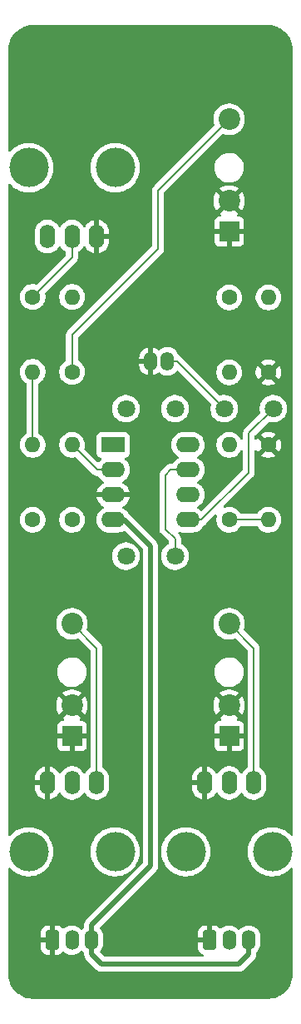
<source format=gbr>
%TF.GenerationSoftware,KiCad,Pcbnew,9.0.1*%
%TF.CreationDate,2025-06-14T10:14:47+10:00*%
%TF.ProjectId,Mixer,4d697865-722e-46b6-9963-61645f706362,1-0*%
%TF.SameCoordinates,Original*%
%TF.FileFunction,Copper,L1,Top*%
%TF.FilePolarity,Positive*%
%FSLAX46Y46*%
G04 Gerber Fmt 4.6, Leading zero omitted, Abs format (unit mm)*
G04 Created by KiCad (PCBNEW 9.0.1) date 2025-06-14 10:14:47*
%MOMM*%
%LPD*%
G01*
G04 APERTURE LIST*
G04 Aperture macros list*
%AMRoundRect*
0 Rectangle with rounded corners*
0 $1 Rounding radius*
0 $2 $3 $4 $5 $6 $7 $8 $9 X,Y pos of 4 corners*
0 Add a 4 corners polygon primitive as box body*
4,1,4,$2,$3,$4,$5,$6,$7,$8,$9,$2,$3,0*
0 Add four circle primitives for the rounded corners*
1,1,$1+$1,$2,$3*
1,1,$1+$1,$4,$5*
1,1,$1+$1,$6,$7*
1,1,$1+$1,$8,$9*
0 Add four rect primitives between the rounded corners*
20,1,$1+$1,$2,$3,$4,$5,0*
20,1,$1+$1,$4,$5,$6,$7,0*
20,1,$1+$1,$6,$7,$8,$9,0*
20,1,$1+$1,$8,$9,$2,$3,0*%
G04 Aperture macros list end*
%TA.AperFunction,ComponentPad*%
%ADD10O,2.400000X1.600000*%
%TD*%
%TA.AperFunction,ComponentPad*%
%ADD11R,2.400000X1.600000*%
%TD*%
%TA.AperFunction,ComponentPad*%
%ADD12O,1.600000X2.400000*%
%TD*%
%TA.AperFunction,WasherPad*%
%ADD13C,4.000000*%
%TD*%
%TA.AperFunction,ComponentPad*%
%ADD14C,1.600000*%
%TD*%
%TA.AperFunction,ComponentPad*%
%ADD15O,1.600000X1.600000*%
%TD*%
%TA.AperFunction,ComponentPad*%
%ADD16R,2.000000X2.000000*%
%TD*%
%TA.AperFunction,ComponentPad*%
%ADD17C,2.200000*%
%TD*%
%TA.AperFunction,ComponentPad*%
%ADD18RoundRect,0.291666X-0.408334X-0.708334X0.408334X-0.708334X0.408334X0.708334X-0.408334X0.708334X0*%
%TD*%
%TA.AperFunction,ComponentPad*%
%ADD19O,1.400000X2.000000*%
%TD*%
%TA.AperFunction,ComponentPad*%
%ADD20C,1.800000*%
%TD*%
%TA.AperFunction,ComponentPad*%
%ADD21O,1.350000X1.900000*%
%TD*%
%TA.AperFunction,Conductor*%
%ADD22C,0.200000*%
%TD*%
%TA.AperFunction,Conductor*%
%ADD23C,0.500000*%
%TD*%
G04 APERTURE END LIST*
D10*
%TO.P,U1,8,V+*%
%TO.N,VDD*%
X153810000Y-93190000D03*
%TO.P,U1,7*%
%TO.N,NOISE*%
X153810000Y-95730000D03*
%TO.P,U1,6,-*%
%TO.N,Net-(U1B--)*%
X153810000Y-98270000D03*
%TO.P,U1,5,+*%
%TO.N,Net-(U1B-+)*%
X153810000Y-100810000D03*
%TO.P,U1,4,V-*%
%TO.N,VSS*%
X146190000Y-100810000D03*
%TO.P,U1,3,+*%
%TO.N,GND*%
X146190000Y-98270000D03*
%TO.P,U1,2,-*%
%TO.N,Net-(U1A--)*%
X146190000Y-95730000D03*
D11*
%TO.P,U1,1*%
%TO.N,Net-(J3-PadT)*%
X146190000Y-93190000D03*
%TD*%
D12*
%TO.P,RV3,3,3*%
%TO.N,NOISE*%
X139499999Y-72000000D03*
%TO.P,RV3,2,2*%
%TO.N,Net-(R3-Pad1)*%
X142000000Y-72000000D03*
%TO.P,RV3,1,1*%
%TO.N,GND*%
X144500001Y-72000000D03*
D13*
%TO.P,RV3,*%
%TO.N,*%
X146400000Y-65000000D03*
X137600000Y-65000000D03*
%TD*%
D12*
%TO.P,RV2,3,3*%
%TO.N,Net-(J2-PadT)*%
X160500001Y-127562501D03*
%TO.P,RV2,2,2*%
%TO.N,Net-(R2-Pad1)*%
X158000000Y-127562501D03*
%TO.P,RV2,1,1*%
%TO.N,GND*%
X155499999Y-127562501D03*
D13*
%TO.P,RV2,*%
%TO.N,*%
X153600000Y-134562501D03*
X162400000Y-134562501D03*
%TD*%
D12*
%TO.P,RV1,3,3*%
%TO.N,Net-(J1-PadT)*%
X144500001Y-127562501D03*
%TO.P,RV1,2,2*%
%TO.N,Net-(R1-Pad1)*%
X142000000Y-127562501D03*
%TO.P,RV1,1,1*%
%TO.N,GND*%
X139499999Y-127562501D03*
D13*
%TO.P,RV1,*%
%TO.N,*%
X137600000Y-134562501D03*
X146400000Y-134562501D03*
%TD*%
D14*
%TO.P,R6,1*%
%TO.N,GND*%
X162000000Y-85810000D03*
D15*
%TO.P,R6,2*%
%TO.N,Net-(U1B-+)*%
X162000000Y-78190000D03*
%TD*%
%TO.P,R4,2*%
%TO.N,Net-(U1A--)*%
X142000000Y-78130000D03*
D14*
%TO.P,R4,1*%
%TO.N,Net-(J3-PadT)*%
X142000000Y-85750000D03*
%TD*%
D16*
%TO.P,J2,G*%
%TO.N,GND*%
X158000000Y-122780000D03*
D17*
%TO.P,J2,S*%
X158000000Y-119680000D03*
%TO.P,J2,T*%
%TO.N,Net-(J2-PadT)*%
X158000000Y-111380000D03*
%TD*%
D16*
%TO.P,J3,G*%
%TO.N,GND*%
X158000000Y-71480000D03*
D17*
%TO.P,J3,S*%
X158000000Y-68380000D03*
%TO.P,J3,T*%
%TO.N,Net-(J3-PadT)*%
X158000000Y-60080001D03*
%TD*%
D16*
%TO.P,J1,G*%
%TO.N,GND*%
X142000000Y-122780000D03*
D17*
%TO.P,J1,S*%
X142000000Y-119680000D03*
%TO.P,J1,T*%
%TO.N,Net-(J1-PadT)*%
X142000000Y-111380000D03*
%TD*%
D14*
%TO.P,R2,1*%
%TO.N,Net-(R2-Pad1)*%
X142000000Y-100810000D03*
D15*
%TO.P,R2,2*%
%TO.N,Net-(U1A--)*%
X142000000Y-93190000D03*
%TD*%
D18*
%TO.P,J5,1,Pin_1*%
%TO.N,GND*%
X140000000Y-143550000D03*
D19*
%TO.P,J5,2,Pin_2*%
%TO.N,VDD*%
X142000000Y-143550000D03*
%TO.P,J5,3,Pin_3*%
%TO.N,VSS*%
X144000000Y-143550000D03*
%TD*%
D14*
%TO.P,R1,1*%
%TO.N,Net-(R1-Pad1)*%
X138000000Y-100810000D03*
D15*
%TO.P,R1,2*%
%TO.N,Net-(U1A--)*%
X138000000Y-93190000D03*
%TD*%
D14*
%TO.P,R8,1*%
%TO.N,GND*%
X162000000Y-93190000D03*
D15*
%TO.P,R8,2*%
%TO.N,Net-(U1B--)*%
X162000000Y-100810000D03*
%TD*%
D20*
%TO.P,C1,2*%
%TO.N,VSS*%
X147500000Y-89500000D03*
%TO.P,C1,1*%
%TO.N,VDD*%
X152500000Y-89500000D03*
%TD*%
D18*
%TO.P,J6,1,Pin_1*%
%TO.N,GND*%
X156000000Y-143550000D03*
D19*
%TO.P,J6,2,Pin_2*%
%TO.N,VDD*%
X158000000Y-143550000D03*
%TO.P,J6,3,Pin_3*%
%TO.N,VSS*%
X160000000Y-143550000D03*
%TD*%
D15*
%TO.P,R7,2*%
%TO.N,NOISE*%
X158000000Y-93190000D03*
D14*
%TO.P,R7,1*%
%TO.N,Net-(U1B--)*%
X158000000Y-100810000D03*
%TD*%
D20*
%TO.P,C3,1*%
%TO.N,Net-(U1B--)*%
X147500000Y-104500000D03*
%TO.P,C3,2*%
%TO.N,NOISE*%
X152500000Y-104500000D03*
%TD*%
D21*
%TO.P,Q1,2,B*%
%TO.N,GND*%
X150000000Y-84690000D03*
%TO.P,Q1,3,E*%
%TO.N,Net-(Q1-E)*%
X151730000Y-84690000D03*
%TD*%
D20*
%TO.P,C2,2*%
%TO.N,Net-(Q1-E)*%
X157500000Y-89500000D03*
%TO.P,C2,1*%
%TO.N,Net-(U1B-+)*%
X162500000Y-89500000D03*
%TD*%
D14*
%TO.P,R3,1*%
%TO.N,Net-(R3-Pad1)*%
X138000000Y-78130000D03*
D15*
%TO.P,R3,2*%
%TO.N,Net-(U1A--)*%
X138000000Y-85750000D03*
%TD*%
%TO.P,R5,2*%
%TO.N,VDD*%
X158000000Y-85810000D03*
D14*
%TO.P,R5,1*%
%TO.N,Net-(Q1-E)*%
X158000000Y-78190000D03*
%TD*%
D22*
%TO.N,NOISE*%
X152500000Y-102750000D02*
X152500000Y-104500000D01*
X151500000Y-101750000D02*
X152500000Y-102750000D01*
X151500000Y-96250000D02*
X151500000Y-101750000D01*
X152020000Y-95730000D02*
X151500000Y-96250000D01*
X153810000Y-95730000D02*
X152020000Y-95730000D01*
%TO.N,Net-(J3-PadT)*%
X142000000Y-82000000D02*
X142000000Y-85750000D01*
D23*
%TO.N,VSS*%
X147310000Y-100810000D02*
X150000000Y-103500000D01*
X150000000Y-103500000D02*
X150000000Y-136000000D01*
X150000000Y-136000000D02*
X144000000Y-142000000D01*
X146190000Y-100810000D02*
X147310000Y-100810000D01*
X144000000Y-142000000D02*
X144000000Y-143550000D01*
D22*
%TO.N,Net-(R3-Pad1)*%
X142000000Y-74130000D02*
X142000000Y-72000000D01*
X138000000Y-78130000D02*
X142000000Y-74130000D01*
%TO.N,Net-(U1A--)*%
X138000000Y-93190000D02*
X138000000Y-85750000D01*
%TO.N,Net-(Q1-E)*%
X152690000Y-84690000D02*
X151730000Y-84690000D01*
X157500000Y-89500000D02*
X152690000Y-84690000D01*
%TO.N,Net-(U1A--)*%
X144540000Y-95730000D02*
X142000000Y-93190000D01*
X146190000Y-95730000D02*
X144540000Y-95730000D01*
%TO.N,Net-(U1B-+)*%
X160000000Y-96000000D02*
X160000000Y-92000000D01*
X160000000Y-92000000D02*
X162500000Y-89500000D01*
X155190000Y-100810000D02*
X160000000Y-96000000D01*
X153810000Y-100810000D02*
X155190000Y-100810000D01*
%TO.N,Net-(U1B--)*%
X158000000Y-100810000D02*
X162000000Y-100810000D01*
D23*
%TO.N,VSS*%
X145000000Y-146000000D02*
X159000000Y-146000000D01*
X144000000Y-143550000D02*
X144000000Y-145000000D01*
X146810000Y-101000000D02*
X146190000Y-101000000D01*
X160000000Y-145000000D02*
X160000000Y-143550000D01*
X144000000Y-145000000D02*
X145000000Y-146000000D01*
X159000000Y-146000000D02*
X160000000Y-145000000D01*
D22*
%TO.N,Net-(J1-PadT)*%
X144500001Y-113880002D02*
X142000000Y-111380001D01*
X144500001Y-127562501D02*
X144500001Y-113880002D01*
%TO.N,Net-(J2-PadT)*%
X158000000Y-111380001D02*
X160500001Y-113880002D01*
X160500001Y-113880002D02*
X160500001Y-127562501D01*
%TO.N,Net-(J3-PadT)*%
X142000000Y-82000000D02*
X150750000Y-73250000D01*
X150750000Y-67330001D02*
X158000000Y-60080001D01*
X150750000Y-73250000D02*
X150750000Y-67330001D01*
%TD*%
%TA.AperFunction,Conductor*%
%TO.N,GND*%
G36*
X162003736Y-50500726D02*
G01*
X162293796Y-50518271D01*
X162308659Y-50520076D01*
X162590798Y-50571780D01*
X162605335Y-50575363D01*
X162879172Y-50660695D01*
X162893163Y-50666000D01*
X163154743Y-50783727D01*
X163167989Y-50790680D01*
X163413465Y-50939075D01*
X163425776Y-50947573D01*
X163651573Y-51124473D01*
X163662781Y-51134403D01*
X163865596Y-51337218D01*
X163875526Y-51348426D01*
X163995481Y-51501538D01*
X164052422Y-51574217D01*
X164060928Y-51586540D01*
X164209316Y-51832004D01*
X164216275Y-51845263D01*
X164333997Y-52106831D01*
X164339306Y-52120832D01*
X164424635Y-52394663D01*
X164428219Y-52409201D01*
X164479923Y-52691340D01*
X164481728Y-52706205D01*
X164499274Y-52996263D01*
X164499500Y-53003750D01*
X164499500Y-132830328D01*
X164479815Y-132897367D01*
X164427011Y-132943122D01*
X164357853Y-132953066D01*
X164294297Y-132924041D01*
X164278553Y-132907641D01*
X164267416Y-132893676D01*
X164068824Y-132695084D01*
X164013060Y-132650614D01*
X163849248Y-132519978D01*
X163611445Y-132370556D01*
X163611442Y-132370554D01*
X163358411Y-132248701D01*
X163093329Y-132155944D01*
X163093317Y-132155940D01*
X162819512Y-132093446D01*
X162819494Y-132093443D01*
X162540431Y-132062001D01*
X162540425Y-132062001D01*
X162259575Y-132062001D01*
X162259568Y-132062001D01*
X161980505Y-132093443D01*
X161980487Y-132093446D01*
X161706682Y-132155940D01*
X161706670Y-132155944D01*
X161441588Y-132248701D01*
X161188557Y-132370554D01*
X160950753Y-132519977D01*
X160731175Y-132695084D01*
X160532583Y-132893676D01*
X160357476Y-133113254D01*
X160208053Y-133351058D01*
X160086200Y-133604089D01*
X159993443Y-133869171D01*
X159993439Y-133869183D01*
X159930945Y-134142988D01*
X159930942Y-134143006D01*
X159899500Y-134422069D01*
X159899500Y-134702932D01*
X159930942Y-134981995D01*
X159930945Y-134982013D01*
X159993439Y-135255818D01*
X159993443Y-135255830D01*
X160086200Y-135520912D01*
X160208053Y-135773943D01*
X160208055Y-135773946D01*
X160357477Y-136011749D01*
X160407057Y-136073920D01*
X160532581Y-136231323D01*
X160532584Y-136231326D01*
X160731175Y-136429917D01*
X160950752Y-136605024D01*
X161188555Y-136754446D01*
X161441592Y-136876302D01*
X161640680Y-136945966D01*
X161706670Y-136969057D01*
X161706682Y-136969061D01*
X161980491Y-137031556D01*
X161980497Y-137031556D01*
X161980505Y-137031558D01*
X162166547Y-137052519D01*
X162259569Y-137063000D01*
X162259572Y-137063001D01*
X162259575Y-137063001D01*
X162540428Y-137063001D01*
X162540429Y-137063000D01*
X162683055Y-137046930D01*
X162819494Y-137031558D01*
X162819499Y-137031557D01*
X162819509Y-137031556D01*
X163093318Y-136969061D01*
X163358408Y-136876302D01*
X163611445Y-136754446D01*
X163849248Y-136605024D01*
X164068825Y-136429917D01*
X164267416Y-136231326D01*
X164278551Y-136217362D01*
X164335739Y-136177221D01*
X164405550Y-136174369D01*
X164465821Y-136209713D01*
X164497415Y-136272031D01*
X164499500Y-136294673D01*
X164499500Y-146996249D01*
X164499274Y-147003736D01*
X164481728Y-147293794D01*
X164479923Y-147308659D01*
X164428219Y-147590798D01*
X164424635Y-147605336D01*
X164339306Y-147879167D01*
X164333997Y-147893168D01*
X164216275Y-148154736D01*
X164209316Y-148167995D01*
X164060928Y-148413459D01*
X164052422Y-148425782D01*
X163875526Y-148651573D01*
X163865596Y-148662781D01*
X163662781Y-148865596D01*
X163651573Y-148875526D01*
X163425782Y-149052422D01*
X163413459Y-149060928D01*
X163167995Y-149209316D01*
X163154736Y-149216275D01*
X162893168Y-149333997D01*
X162879167Y-149339306D01*
X162605336Y-149424635D01*
X162590798Y-149428219D01*
X162308659Y-149479923D01*
X162293794Y-149481728D01*
X162014454Y-149498624D01*
X162003735Y-149499273D01*
X161996250Y-149499499D01*
X138003734Y-149499499D01*
X137996247Y-149499273D01*
X137706205Y-149481728D01*
X137691340Y-149479923D01*
X137409201Y-149428219D01*
X137394663Y-149424635D01*
X137120832Y-149339306D01*
X137106831Y-149333997D01*
X136845263Y-149216275D01*
X136832004Y-149209316D01*
X136586540Y-149060928D01*
X136574217Y-149052422D01*
X136348426Y-148875526D01*
X136337218Y-148865596D01*
X136134403Y-148662781D01*
X136124473Y-148651573D01*
X135947573Y-148425776D01*
X135939075Y-148413465D01*
X135790680Y-148167989D01*
X135783727Y-148154743D01*
X135666000Y-147893163D01*
X135660693Y-147879167D01*
X135575364Y-147605336D01*
X135571780Y-147590798D01*
X135520076Y-147308659D01*
X135518271Y-147293794D01*
X135500726Y-147003736D01*
X135500500Y-146996249D01*
X135500500Y-142797202D01*
X138800000Y-142797202D01*
X138800000Y-143300000D01*
X139719670Y-143300000D01*
X139699925Y-143319745D01*
X139650556Y-143405255D01*
X139625000Y-143500630D01*
X139625000Y-143599370D01*
X139650556Y-143694745D01*
X139699925Y-143780255D01*
X139719670Y-143800000D01*
X138800001Y-143800000D01*
X138800001Y-144302798D01*
X138814963Y-144435602D01*
X138814965Y-144435612D01*
X138873887Y-144603999D01*
X138968797Y-144755050D01*
X139094949Y-144881202D01*
X139246001Y-144976112D01*
X139246000Y-144976112D01*
X139414387Y-145035034D01*
X139414397Y-145035036D01*
X139547204Y-145049999D01*
X139749999Y-145049999D01*
X139750000Y-145049998D01*
X139750000Y-143830330D01*
X139769745Y-143850075D01*
X139855255Y-143899444D01*
X139950630Y-143925000D01*
X140049370Y-143925000D01*
X140144745Y-143899444D01*
X140230255Y-143850075D01*
X140250000Y-143830330D01*
X140250000Y-145049999D01*
X140452791Y-145049999D01*
X140452798Y-145049998D01*
X140585602Y-145035036D01*
X140585612Y-145035034D01*
X140753999Y-144976112D01*
X140905050Y-144881202D01*
X140905053Y-144881199D01*
X141031564Y-144754689D01*
X141092887Y-144721204D01*
X141162579Y-144726188D01*
X141206926Y-144754689D01*
X141217927Y-144765690D01*
X141370801Y-144876760D01*
X141450347Y-144917290D01*
X141539163Y-144962545D01*
X141539165Y-144962545D01*
X141539168Y-144962547D01*
X141580917Y-144976112D01*
X141718881Y-145020940D01*
X141905514Y-145050500D01*
X141905519Y-145050500D01*
X142094486Y-145050500D01*
X142281118Y-145020940D01*
X142322269Y-145007569D01*
X142460832Y-144962547D01*
X142629199Y-144876760D01*
X142782073Y-144765690D01*
X142912319Y-144635444D01*
X142920264Y-144631105D01*
X142925690Y-144623858D01*
X142950449Y-144614623D01*
X142973642Y-144601959D01*
X142982671Y-144602604D01*
X142991154Y-144599441D01*
X143016974Y-144605057D01*
X143043334Y-144606943D01*
X143052387Y-144612761D01*
X143059427Y-144614293D01*
X143087681Y-144635444D01*
X143213181Y-144760944D01*
X143246666Y-144822267D01*
X143249500Y-144848625D01*
X143249500Y-145073918D01*
X143249500Y-145073920D01*
X143249499Y-145073920D01*
X143278340Y-145218907D01*
X143278343Y-145218917D01*
X143334914Y-145355492D01*
X143367812Y-145404727D01*
X143367813Y-145404730D01*
X143417046Y-145478414D01*
X143417052Y-145478421D01*
X144417049Y-146478416D01*
X144521584Y-146582951D01*
X144521587Y-146582953D01*
X144521588Y-146582954D01*
X144644503Y-146665083D01*
X144644506Y-146665085D01*
X144694665Y-146685861D01*
X144701080Y-146688518D01*
X144781088Y-146721659D01*
X144897241Y-146744763D01*
X144920380Y-146749365D01*
X144926081Y-146750500D01*
X144926082Y-146750500D01*
X159073920Y-146750500D01*
X159171462Y-146731096D01*
X159218913Y-146721658D01*
X159355495Y-146665084D01*
X159404729Y-146632186D01*
X159478416Y-146582952D01*
X160582952Y-145478415D01*
X160623955Y-145417049D01*
X160665084Y-145355495D01*
X160697042Y-145278342D01*
X160721659Y-145218912D01*
X160750500Y-145073917D01*
X160750500Y-144926082D01*
X160750500Y-144848625D01*
X160770185Y-144781586D01*
X160786819Y-144760944D01*
X160847900Y-144699863D01*
X160915690Y-144632073D01*
X161026760Y-144479199D01*
X161112547Y-144310832D01*
X161170940Y-144131118D01*
X161200500Y-143944486D01*
X161200500Y-143155513D01*
X161170940Y-142968881D01*
X161112545Y-142789163D01*
X161026759Y-142620800D01*
X160915690Y-142467927D01*
X160782073Y-142334310D01*
X160629199Y-142223240D01*
X160620479Y-142218797D01*
X160460836Y-142137454D01*
X160281118Y-142079059D01*
X160094486Y-142049500D01*
X160094481Y-142049500D01*
X159905519Y-142049500D01*
X159905514Y-142049500D01*
X159718881Y-142079059D01*
X159539163Y-142137454D01*
X159370800Y-142223240D01*
X159283579Y-142286610D01*
X159217927Y-142334310D01*
X159217925Y-142334312D01*
X159217924Y-142334312D01*
X159087681Y-142464556D01*
X159026358Y-142498041D01*
X158956666Y-142493057D01*
X158912319Y-142464556D01*
X158782075Y-142334312D01*
X158782073Y-142334310D01*
X158629199Y-142223240D01*
X158620479Y-142218797D01*
X158460836Y-142137454D01*
X158281118Y-142079059D01*
X158094486Y-142049500D01*
X158094481Y-142049500D01*
X157905519Y-142049500D01*
X157905514Y-142049500D01*
X157718881Y-142079059D01*
X157539163Y-142137454D01*
X157370800Y-142223240D01*
X157283579Y-142286610D01*
X157217927Y-142334310D01*
X157217925Y-142334312D01*
X157217922Y-142334314D01*
X157206923Y-142345313D01*
X157145599Y-142378796D01*
X157075907Y-142373809D01*
X157031564Y-142345311D01*
X156905049Y-142218797D01*
X156905050Y-142218797D01*
X156753998Y-142123887D01*
X156753999Y-142123887D01*
X156585612Y-142064965D01*
X156585602Y-142064963D01*
X156452797Y-142050000D01*
X156250000Y-142050000D01*
X156250000Y-143269670D01*
X156230255Y-143249925D01*
X156144745Y-143200556D01*
X156049370Y-143175000D01*
X155950630Y-143175000D01*
X155855255Y-143200556D01*
X155769745Y-143249925D01*
X155750000Y-143269670D01*
X155750000Y-142050000D01*
X155547207Y-142050000D01*
X155547201Y-142050001D01*
X155414397Y-142064963D01*
X155414387Y-142064965D01*
X155246000Y-142123887D01*
X155094949Y-142218797D01*
X154968797Y-142344949D01*
X154873887Y-142496000D01*
X154814965Y-142664387D01*
X154814963Y-142664397D01*
X154800000Y-142797202D01*
X154800000Y-143300000D01*
X155719670Y-143300000D01*
X155699925Y-143319745D01*
X155650556Y-143405255D01*
X155625000Y-143500630D01*
X155625000Y-143599370D01*
X155650556Y-143694745D01*
X155699925Y-143780255D01*
X155719670Y-143800000D01*
X154800001Y-143800000D01*
X154800001Y-144302798D01*
X154814963Y-144435602D01*
X154814965Y-144435612D01*
X154873887Y-144603999D01*
X154968797Y-144755050D01*
X155094949Y-144881202D01*
X155246001Y-144976112D01*
X155246000Y-144976112D01*
X155338440Y-145008459D01*
X155395216Y-145049181D01*
X155420963Y-145114133D01*
X155407506Y-145182695D01*
X155359119Y-145233098D01*
X155297485Y-145249500D01*
X145362229Y-145249500D01*
X145295190Y-145229815D01*
X145274548Y-145213181D01*
X144892246Y-144830878D01*
X144858761Y-144769555D01*
X144863745Y-144699863D01*
X144892245Y-144655517D01*
X144915690Y-144632073D01*
X145026760Y-144479199D01*
X145112547Y-144310832D01*
X145170940Y-144131118D01*
X145200500Y-143944486D01*
X145200500Y-143155513D01*
X145170940Y-142968881D01*
X145126480Y-142832049D01*
X145126479Y-142832046D01*
X145112547Y-142789167D01*
X145026759Y-142620800D01*
X144915690Y-142467927D01*
X144842245Y-142394482D01*
X144808761Y-142333158D01*
X144813746Y-142263467D01*
X144842244Y-142219122D01*
X150582951Y-136478416D01*
X150665084Y-136355495D01*
X150721658Y-136218913D01*
X150750500Y-136073918D01*
X150750500Y-135926083D01*
X150750500Y-134422069D01*
X151099500Y-134422069D01*
X151099500Y-134702932D01*
X151130942Y-134981995D01*
X151130945Y-134982013D01*
X151193439Y-135255818D01*
X151193443Y-135255830D01*
X151286200Y-135520912D01*
X151408053Y-135773943D01*
X151408055Y-135773946D01*
X151557477Y-136011749D01*
X151607057Y-136073920D01*
X151732581Y-136231323D01*
X151732584Y-136231326D01*
X151931175Y-136429917D01*
X152150752Y-136605024D01*
X152388555Y-136754446D01*
X152641592Y-136876302D01*
X152840680Y-136945966D01*
X152906670Y-136969057D01*
X152906682Y-136969061D01*
X153180491Y-137031556D01*
X153180497Y-137031556D01*
X153180505Y-137031558D01*
X153366547Y-137052519D01*
X153459569Y-137063000D01*
X153459572Y-137063001D01*
X153459575Y-137063001D01*
X153740428Y-137063001D01*
X153740429Y-137063000D01*
X153883055Y-137046930D01*
X154019494Y-137031558D01*
X154019499Y-137031557D01*
X154019509Y-137031556D01*
X154293318Y-136969061D01*
X154558408Y-136876302D01*
X154811445Y-136754446D01*
X155049248Y-136605024D01*
X155268825Y-136429917D01*
X155467416Y-136231326D01*
X155642523Y-136011749D01*
X155791945Y-135773946D01*
X155913801Y-135520909D01*
X156006560Y-135255819D01*
X156069055Y-134982010D01*
X156100500Y-134702926D01*
X156100500Y-134422076D01*
X156069055Y-134142992D01*
X156006560Y-133869183D01*
X155913801Y-133604093D01*
X155791945Y-133351056D01*
X155642523Y-133113253D01*
X155467416Y-132893676D01*
X155268825Y-132695085D01*
X155049248Y-132519978D01*
X154811445Y-132370556D01*
X154811442Y-132370554D01*
X154558411Y-132248701D01*
X154293329Y-132155944D01*
X154293317Y-132155940D01*
X154019512Y-132093446D01*
X154019494Y-132093443D01*
X153740431Y-132062001D01*
X153740425Y-132062001D01*
X153459575Y-132062001D01*
X153459568Y-132062001D01*
X153180505Y-132093443D01*
X153180487Y-132093446D01*
X152906682Y-132155940D01*
X152906670Y-132155944D01*
X152641588Y-132248701D01*
X152388557Y-132370554D01*
X152150753Y-132519977D01*
X151931175Y-132695084D01*
X151732583Y-132893676D01*
X151557476Y-133113254D01*
X151408053Y-133351058D01*
X151286200Y-133604089D01*
X151193443Y-133869171D01*
X151193439Y-133869183D01*
X151130945Y-134142988D01*
X151130942Y-134143006D01*
X151099500Y-134422069D01*
X150750500Y-134422069D01*
X150750500Y-127060183D01*
X154199999Y-127060183D01*
X154199999Y-127312501D01*
X155066987Y-127312501D01*
X155034074Y-127369508D01*
X154999999Y-127496675D01*
X154999999Y-127628327D01*
X155034074Y-127755494D01*
X155066987Y-127812501D01*
X154199999Y-127812501D01*
X154199999Y-128064818D01*
X154232008Y-128266918D01*
X154295243Y-128461532D01*
X154388139Y-128643850D01*
X154508416Y-128809395D01*
X154508416Y-128809396D01*
X154653103Y-128954083D01*
X154818649Y-129074360D01*
X155000967Y-129167255D01*
X155195577Y-129230489D01*
X155249999Y-129239108D01*
X155249999Y-127995513D01*
X155307006Y-128028426D01*
X155434173Y-128062501D01*
X155565825Y-128062501D01*
X155692992Y-128028426D01*
X155749999Y-127995513D01*
X155749999Y-129239107D01*
X155804420Y-129230489D01*
X155999030Y-129167255D01*
X156181348Y-129074360D01*
X156346893Y-128954083D01*
X156346894Y-128954083D01*
X156491581Y-128809396D01*
X156491581Y-128809395D01*
X156611860Y-128643848D01*
X156639234Y-128590123D01*
X156687208Y-128539327D01*
X156755028Y-128522531D01*
X156821164Y-128545068D01*
X156860204Y-128590122D01*
X156887715Y-128644114D01*
X157008028Y-128809714D01*
X157152786Y-128954472D01*
X157307749Y-129067057D01*
X157318390Y-129074788D01*
X157434607Y-129134004D01*
X157500776Y-129167719D01*
X157500778Y-129167719D01*
X157500781Y-129167721D01*
X157605137Y-129201628D01*
X157695465Y-129230978D01*
X157796557Y-129246989D01*
X157897648Y-129263001D01*
X157897649Y-129263001D01*
X158102351Y-129263001D01*
X158102352Y-129263001D01*
X158304534Y-129230978D01*
X158499219Y-129167721D01*
X158681610Y-129074788D01*
X158774590Y-129007233D01*
X158847213Y-128954472D01*
X158847215Y-128954469D01*
X158847219Y-128954467D01*
X158991966Y-128809720D01*
X158991968Y-128809716D01*
X158991971Y-128809714D01*
X159112286Y-128644112D01*
X159112420Y-128643850D01*
X159139515Y-128590672D01*
X159187489Y-128539877D01*
X159255310Y-128523081D01*
X159321445Y-128545618D01*
X159360484Y-128590671D01*
X159387714Y-128644112D01*
X159508029Y-128809714D01*
X159652787Y-128954472D01*
X159807750Y-129067057D01*
X159818391Y-129074788D01*
X159934608Y-129134004D01*
X160000777Y-129167719D01*
X160000779Y-129167719D01*
X160000782Y-129167721D01*
X160105138Y-129201628D01*
X160195466Y-129230978D01*
X160296558Y-129246989D01*
X160397649Y-129263001D01*
X160397650Y-129263001D01*
X160602352Y-129263001D01*
X160602353Y-129263001D01*
X160804535Y-129230978D01*
X160999220Y-129167721D01*
X161181611Y-129074788D01*
X161274591Y-129007233D01*
X161347214Y-128954472D01*
X161347216Y-128954469D01*
X161347220Y-128954467D01*
X161491967Y-128809720D01*
X161491969Y-128809716D01*
X161491972Y-128809714D01*
X161544733Y-128737091D01*
X161612288Y-128644111D01*
X161705221Y-128461720D01*
X161768478Y-128267035D01*
X161800501Y-128064853D01*
X161800501Y-127060149D01*
X161768478Y-126857966D01*
X161739128Y-126767638D01*
X161705221Y-126663282D01*
X161705219Y-126663279D01*
X161705219Y-126663277D01*
X161662472Y-126579382D01*
X161612288Y-126480891D01*
X161604557Y-126470250D01*
X161491972Y-126315287D01*
X161347214Y-126170529D01*
X161181611Y-126050213D01*
X161168201Y-126043380D01*
X161117407Y-125995404D01*
X161100501Y-125932898D01*
X161100501Y-113800947D01*
X161100501Y-113800945D01*
X161059578Y-113648218D01*
X161059578Y-113648217D01*
X161059578Y-113648216D01*
X161030640Y-113598097D01*
X161030638Y-113598094D01*
X160980521Y-113511286D01*
X160868717Y-113399482D01*
X160868716Y-113399481D01*
X160864386Y-113395151D01*
X160864375Y-113395141D01*
X159532159Y-112062925D01*
X159498674Y-112001602D01*
X159501909Y-111936926D01*
X159561089Y-111754789D01*
X159561089Y-111754788D01*
X159561090Y-111754785D01*
X159600500Y-111505962D01*
X159600500Y-111254038D01*
X159561090Y-111005215D01*
X159483241Y-110765621D01*
X159483239Y-110765618D01*
X159483239Y-110765616D01*
X159441747Y-110684184D01*
X159368870Y-110541155D01*
X159349952Y-110515117D01*
X159220798Y-110337350D01*
X159220794Y-110337345D01*
X159042654Y-110159205D01*
X159042649Y-110159201D01*
X158838848Y-110011132D01*
X158838847Y-110011131D01*
X158838845Y-110011130D01*
X158768747Y-109975413D01*
X158614383Y-109896760D01*
X158374785Y-109818910D01*
X158125962Y-109779500D01*
X157874038Y-109779500D01*
X157749626Y-109799205D01*
X157625214Y-109818910D01*
X157385616Y-109896760D01*
X157161151Y-110011132D01*
X156957350Y-110159201D01*
X156957345Y-110159205D01*
X156779205Y-110337345D01*
X156779201Y-110337350D01*
X156631132Y-110541151D01*
X156516760Y-110765616D01*
X156438910Y-111005214D01*
X156399500Y-111254038D01*
X156399500Y-111505961D01*
X156438910Y-111754785D01*
X156516760Y-111994383D01*
X156631132Y-112218848D01*
X156779201Y-112422649D01*
X156779205Y-112422654D01*
X156957345Y-112600794D01*
X156957350Y-112600798D01*
X157135117Y-112729952D01*
X157161155Y-112748870D01*
X157304184Y-112821747D01*
X157385616Y-112863239D01*
X157385618Y-112863239D01*
X157385621Y-112863241D01*
X157625215Y-112941090D01*
X157874038Y-112980500D01*
X157874039Y-112980500D01*
X158125961Y-112980500D01*
X158125962Y-112980500D01*
X158374785Y-112941090D01*
X158556925Y-112881908D01*
X158626764Y-112879914D01*
X158682923Y-112912159D01*
X159863182Y-114092418D01*
X159896667Y-114153741D01*
X159899501Y-114180099D01*
X159899501Y-125932898D01*
X159879816Y-125999937D01*
X159831801Y-126043380D01*
X159818390Y-126050213D01*
X159652787Y-126170529D01*
X159508029Y-126315287D01*
X159387715Y-126480887D01*
X159360484Y-126534331D01*
X159312509Y-126585126D01*
X159244688Y-126601920D01*
X159178553Y-126579382D01*
X159139515Y-126534329D01*
X159112419Y-126481151D01*
X159112287Y-126480891D01*
X159104556Y-126470250D01*
X158991971Y-126315287D01*
X158847213Y-126170529D01*
X158681613Y-126050216D01*
X158681612Y-126050215D01*
X158681610Y-126050214D01*
X158624653Y-126021192D01*
X158499223Y-125957282D01*
X158304534Y-125894023D01*
X158129995Y-125866379D01*
X158102352Y-125862001D01*
X157897648Y-125862001D01*
X157873329Y-125865852D01*
X157695465Y-125894023D01*
X157500776Y-125957282D01*
X157318386Y-126050216D01*
X157152786Y-126170529D01*
X157008028Y-126315287D01*
X156887713Y-126480889D01*
X156860203Y-126534880D01*
X156812228Y-126585676D01*
X156744407Y-126602470D01*
X156678272Y-126579932D01*
X156639234Y-126534879D01*
X156611858Y-126481151D01*
X156491581Y-126315606D01*
X156491581Y-126315605D01*
X156346894Y-126170918D01*
X156181348Y-126050641D01*
X155999028Y-125957745D01*
X155804412Y-125894510D01*
X155749999Y-125885891D01*
X155749999Y-127129489D01*
X155692992Y-127096576D01*
X155565825Y-127062501D01*
X155434173Y-127062501D01*
X155307006Y-127096576D01*
X155249999Y-127129489D01*
X155249999Y-125885891D01*
X155195585Y-125894510D01*
X155000969Y-125957745D01*
X154818649Y-126050641D01*
X154653104Y-126170918D01*
X154653103Y-126170918D01*
X154508416Y-126315605D01*
X154508416Y-126315606D01*
X154388139Y-126481151D01*
X154295243Y-126663469D01*
X154232008Y-126858083D01*
X154199999Y-127060183D01*
X150750500Y-127060183D01*
X150750500Y-119554071D01*
X156400000Y-119554071D01*
X156400000Y-119805928D01*
X156439397Y-120054669D01*
X156517219Y-120294184D01*
X156631557Y-120518583D01*
X156705748Y-120620697D01*
X156705748Y-120620698D01*
X157435387Y-119891059D01*
X157440889Y-119911591D01*
X157519881Y-120048408D01*
X157631592Y-120160119D01*
X157768409Y-120239111D01*
X157788940Y-120244612D01*
X157059300Y-120974250D01*
X157161415Y-121048441D01*
X157164399Y-121050270D01*
X157165295Y-121051260D01*
X157165359Y-121051307D01*
X157165349Y-121051320D01*
X157211276Y-121102080D01*
X157222701Y-121171009D01*
X157195047Y-121235173D01*
X157137093Y-121274200D01*
X157099613Y-121280000D01*
X156952155Y-121280000D01*
X156892627Y-121286401D01*
X156892620Y-121286403D01*
X156757913Y-121336645D01*
X156757906Y-121336649D01*
X156642812Y-121422809D01*
X156642809Y-121422812D01*
X156556649Y-121537906D01*
X156556645Y-121537913D01*
X156506403Y-121672620D01*
X156506401Y-121672627D01*
X156500000Y-121732155D01*
X156500000Y-122530000D01*
X157451518Y-122530000D01*
X157440889Y-122548409D01*
X157400000Y-122701009D01*
X157400000Y-122858991D01*
X157440889Y-123011591D01*
X157451518Y-123030000D01*
X156500000Y-123030000D01*
X156500000Y-123827844D01*
X156506401Y-123887372D01*
X156506403Y-123887379D01*
X156556645Y-124022086D01*
X156556649Y-124022093D01*
X156642809Y-124137187D01*
X156642812Y-124137190D01*
X156757906Y-124223350D01*
X156757913Y-124223354D01*
X156892620Y-124273596D01*
X156892627Y-124273598D01*
X156952155Y-124279999D01*
X156952172Y-124280000D01*
X157750000Y-124280000D01*
X157750000Y-123328482D01*
X157768409Y-123339111D01*
X157921009Y-123380000D01*
X158078991Y-123380000D01*
X158231591Y-123339111D01*
X158250000Y-123328482D01*
X158250000Y-124280000D01*
X159047828Y-124280000D01*
X159047844Y-124279999D01*
X159107372Y-124273598D01*
X159107379Y-124273596D01*
X159242086Y-124223354D01*
X159242093Y-124223350D01*
X159357187Y-124137190D01*
X159357190Y-124137187D01*
X159443350Y-124022093D01*
X159443354Y-124022086D01*
X159493596Y-123887379D01*
X159493598Y-123887372D01*
X159499999Y-123827844D01*
X159500000Y-123827827D01*
X159500000Y-123030000D01*
X158548482Y-123030000D01*
X158559111Y-123011591D01*
X158600000Y-122858991D01*
X158600000Y-122701009D01*
X158559111Y-122548409D01*
X158548482Y-122530000D01*
X159500000Y-122530000D01*
X159500000Y-121732172D01*
X159499999Y-121732155D01*
X159493598Y-121672627D01*
X159493596Y-121672620D01*
X159443354Y-121537913D01*
X159443350Y-121537906D01*
X159357190Y-121422812D01*
X159357187Y-121422809D01*
X159242093Y-121336649D01*
X159242086Y-121336645D01*
X159107379Y-121286403D01*
X159107372Y-121286401D01*
X159047844Y-121280000D01*
X158900387Y-121280000D01*
X158833348Y-121260315D01*
X158787593Y-121207511D01*
X158777649Y-121138353D01*
X158806674Y-121074797D01*
X158835591Y-121050277D01*
X158838571Y-121048450D01*
X158940697Y-120974250D01*
X158940698Y-120974250D01*
X158211059Y-120244612D01*
X158231591Y-120239111D01*
X158368408Y-120160119D01*
X158480119Y-120048408D01*
X158559111Y-119911591D01*
X158564612Y-119891060D01*
X159294250Y-120620698D01*
X159294250Y-120620697D01*
X159368442Y-120518581D01*
X159368446Y-120518575D01*
X159482780Y-120294184D01*
X159560602Y-120054669D01*
X159600000Y-119805928D01*
X159600000Y-119554071D01*
X159560602Y-119305330D01*
X159482780Y-119065815D01*
X159368442Y-118841416D01*
X159294250Y-118739301D01*
X159294250Y-118739300D01*
X158564612Y-119468939D01*
X158559111Y-119448409D01*
X158480119Y-119311592D01*
X158368408Y-119199881D01*
X158231591Y-119120889D01*
X158211058Y-119115387D01*
X158940698Y-118385748D01*
X158838583Y-118311557D01*
X158614184Y-118197219D01*
X158374669Y-118119397D01*
X158125928Y-118080000D01*
X157874072Y-118080000D01*
X157625330Y-118119397D01*
X157385815Y-118197219D01*
X157161413Y-118311559D01*
X157059301Y-118385747D01*
X157059300Y-118385748D01*
X157788940Y-119115387D01*
X157768409Y-119120889D01*
X157631592Y-119199881D01*
X157519881Y-119311592D01*
X157440889Y-119448409D01*
X157435387Y-119468940D01*
X156705748Y-118739300D01*
X156705747Y-118739301D01*
X156631559Y-118841413D01*
X156517219Y-119065815D01*
X156439397Y-119305330D01*
X156400000Y-119554071D01*
X150750500Y-119554071D01*
X150750500Y-116299995D01*
X156494858Y-116299995D01*
X156494859Y-116300007D01*
X156515070Y-116545831D01*
X156575159Y-116785055D01*
X156575162Y-116785063D01*
X156673512Y-117011253D01*
X156673514Y-117011256D01*
X156807492Y-117218355D01*
X156973496Y-117400790D01*
X157167068Y-117553664D01*
X157383008Y-117672869D01*
X157383017Y-117672873D01*
X157615508Y-117755203D01*
X157615513Y-117755204D01*
X157615518Y-117755206D01*
X157615524Y-117755207D01*
X157615528Y-117755208D01*
X157665797Y-117764162D01*
X157858354Y-117798461D01*
X157858347Y-117798461D01*
X157877566Y-117798695D01*
X158104993Y-117801475D01*
X158348813Y-117764165D01*
X158583266Y-117687534D01*
X158802054Y-117573640D01*
X158999303Y-117425542D01*
X159169714Y-117247216D01*
X159308712Y-117043452D01*
X159412564Y-116819722D01*
X159478481Y-116582035D01*
X159504692Y-116336774D01*
X159490493Y-116090525D01*
X159466020Y-115981928D01*
X159436268Y-115849907D01*
X159394044Y-115745921D01*
X159343468Y-115621366D01*
X159214589Y-115411055D01*
X159214588Y-115411054D01*
X159214587Y-115411052D01*
X159139601Y-115324487D01*
X159053092Y-115224618D01*
X158863313Y-115067061D01*
X158863311Y-115067059D01*
X158863303Y-115067054D01*
X158650349Y-114942614D01*
X158419927Y-114854624D01*
X158355731Y-114841563D01*
X158178215Y-114805447D01*
X158178216Y-114805447D01*
X158137132Y-114803940D01*
X157931722Y-114796408D01*
X157931720Y-114796408D01*
X157931717Y-114796408D01*
X157687062Y-114827750D01*
X157450815Y-114898627D01*
X157450813Y-114898628D01*
X157229302Y-115007144D01*
X157028500Y-115150374D01*
X157028493Y-115150380D01*
X156853777Y-115324487D01*
X156853773Y-115324492D01*
X156709843Y-115524791D01*
X156709840Y-115524797D01*
X156600555Y-115745918D01*
X156600554Y-115745923D01*
X156528850Y-115981928D01*
X156496657Y-116226459D01*
X156496656Y-116226480D01*
X156494858Y-116299995D01*
X150750500Y-116299995D01*
X150750500Y-103426082D01*
X150750500Y-103426079D01*
X150721659Y-103281092D01*
X150721658Y-103281091D01*
X150721658Y-103281087D01*
X150688943Y-103202105D01*
X150665087Y-103144511D01*
X150665080Y-103144498D01*
X150582952Y-103021585D01*
X150550710Y-102989343D01*
X150478416Y-102917049D01*
X149942649Y-102381282D01*
X149390422Y-101829054D01*
X150899498Y-101829054D01*
X150940423Y-101981785D01*
X150959725Y-102015218D01*
X150959727Y-102015220D01*
X151014737Y-102110500D01*
X151019479Y-102118714D01*
X151019481Y-102118717D01*
X151138349Y-102237585D01*
X151138355Y-102237590D01*
X151863181Y-102962416D01*
X151877884Y-102989343D01*
X151894477Y-103015162D01*
X151895368Y-103021362D01*
X151896666Y-103023739D01*
X151899500Y-103050097D01*
X151899500Y-103158164D01*
X151879815Y-103225203D01*
X151831796Y-103268648D01*
X151765976Y-103302185D01*
X151587641Y-103431752D01*
X151587636Y-103431756D01*
X151431756Y-103587636D01*
X151431752Y-103587641D01*
X151302187Y-103765974D01*
X151202104Y-103962393D01*
X151202103Y-103962396D01*
X151133985Y-104172047D01*
X151099500Y-104389778D01*
X151099500Y-104610221D01*
X151133985Y-104827952D01*
X151202103Y-105037603D01*
X151202104Y-105037606D01*
X151302187Y-105234025D01*
X151431752Y-105412358D01*
X151431756Y-105412363D01*
X151587636Y-105568243D01*
X151587641Y-105568247D01*
X151743192Y-105681260D01*
X151765978Y-105697815D01*
X151894375Y-105763237D01*
X151962393Y-105797895D01*
X151962396Y-105797896D01*
X152067221Y-105831955D01*
X152172049Y-105866015D01*
X152389778Y-105900500D01*
X152389779Y-105900500D01*
X152610221Y-105900500D01*
X152610222Y-105900500D01*
X152827951Y-105866015D01*
X153037606Y-105797895D01*
X153234022Y-105697815D01*
X153412365Y-105568242D01*
X153568242Y-105412365D01*
X153697815Y-105234022D01*
X153797895Y-105037606D01*
X153866015Y-104827951D01*
X153900500Y-104610222D01*
X153900500Y-104389778D01*
X153866015Y-104172049D01*
X153797895Y-103962394D01*
X153797895Y-103962393D01*
X153746858Y-103862229D01*
X153697815Y-103765978D01*
X153681260Y-103743192D01*
X153568247Y-103587641D01*
X153568243Y-103587636D01*
X153412363Y-103431756D01*
X153412358Y-103431752D01*
X153234023Y-103302185D01*
X153168204Y-103268648D01*
X153117409Y-103220674D01*
X153100500Y-103158164D01*
X153100500Y-102839060D01*
X153100501Y-102839047D01*
X153100501Y-102670944D01*
X153059576Y-102518214D01*
X153059573Y-102518209D01*
X152980524Y-102381290D01*
X152980518Y-102381282D01*
X152837051Y-102237815D01*
X152803566Y-102176492D01*
X152808550Y-102106800D01*
X152850422Y-102050867D01*
X152915886Y-102026450D01*
X152963048Y-102032202D01*
X153052872Y-102061388D01*
X153105465Y-102078477D01*
X153206557Y-102094488D01*
X153307648Y-102110500D01*
X153307649Y-102110500D01*
X154312351Y-102110500D01*
X154312352Y-102110500D01*
X154514534Y-102078477D01*
X154709219Y-102015220D01*
X154891610Y-101922287D01*
X154984590Y-101854732D01*
X155057213Y-101801971D01*
X155057215Y-101801968D01*
X155057219Y-101801966D01*
X155201966Y-101657219D01*
X155322287Y-101491610D01*
X155353714Y-101429929D01*
X155367078Y-101415778D01*
X155376384Y-101398676D01*
X155394992Y-101386222D01*
X155401686Y-101379135D01*
X155404607Y-101377483D01*
X155416401Y-101371019D01*
X155421785Y-101369577D01*
X155471904Y-101340639D01*
X155558716Y-101290520D01*
X155670520Y-101178716D01*
X155670520Y-101178714D01*
X155680728Y-101168507D01*
X155680730Y-101168504D01*
X156552935Y-100296298D01*
X156614256Y-100262815D01*
X156683948Y-100267799D01*
X156739881Y-100309671D01*
X156764298Y-100375135D01*
X156758545Y-100422299D01*
X156731523Y-100505461D01*
X156731523Y-100505464D01*
X156699500Y-100707648D01*
X156699500Y-100912351D01*
X156731522Y-101114534D01*
X156794781Y-101309223D01*
X156887715Y-101491613D01*
X157008028Y-101657213D01*
X157152786Y-101801971D01*
X157266662Y-101884705D01*
X157318390Y-101922287D01*
X157434607Y-101981503D01*
X157500776Y-102015218D01*
X157500778Y-102015218D01*
X157500781Y-102015220D01*
X157605137Y-102049127D01*
X157695465Y-102078477D01*
X157796557Y-102094488D01*
X157897648Y-102110500D01*
X157897649Y-102110500D01*
X158102351Y-102110500D01*
X158102352Y-102110500D01*
X158304534Y-102078477D01*
X158499219Y-102015220D01*
X158681610Y-101922287D01*
X158774590Y-101854732D01*
X158847213Y-101801971D01*
X158847215Y-101801968D01*
X158847219Y-101801966D01*
X158991966Y-101657219D01*
X158991968Y-101657215D01*
X158991971Y-101657213D01*
X159112284Y-101491614D01*
X159112285Y-101491613D01*
X159112287Y-101491610D01*
X159119117Y-101478204D01*
X159167091Y-101427409D01*
X159229602Y-101410500D01*
X160770398Y-101410500D01*
X160837437Y-101430185D01*
X160880883Y-101478205D01*
X160887715Y-101491614D01*
X161008028Y-101657213D01*
X161152786Y-101801971D01*
X161266662Y-101884705D01*
X161318390Y-101922287D01*
X161434607Y-101981503D01*
X161500776Y-102015218D01*
X161500778Y-102015218D01*
X161500781Y-102015220D01*
X161605137Y-102049127D01*
X161695465Y-102078477D01*
X161796557Y-102094488D01*
X161897648Y-102110500D01*
X161897649Y-102110500D01*
X162102351Y-102110500D01*
X162102352Y-102110500D01*
X162304534Y-102078477D01*
X162499219Y-102015220D01*
X162681610Y-101922287D01*
X162774590Y-101854732D01*
X162847213Y-101801971D01*
X162847215Y-101801968D01*
X162847219Y-101801966D01*
X162991966Y-101657219D01*
X162991968Y-101657215D01*
X162991971Y-101657213D01*
X163044732Y-101584590D01*
X163112287Y-101491610D01*
X163205220Y-101309219D01*
X163268477Y-101114534D01*
X163300500Y-100912352D01*
X163300500Y-100707648D01*
X163268477Y-100505466D01*
X163268476Y-100505464D01*
X163205218Y-100310776D01*
X163162556Y-100227048D01*
X163112287Y-100128390D01*
X163052633Y-100046282D01*
X162991971Y-99962786D01*
X162847213Y-99818028D01*
X162681613Y-99697715D01*
X162681612Y-99697714D01*
X162681610Y-99697713D01*
X162624653Y-99668691D01*
X162499223Y-99604781D01*
X162304534Y-99541522D01*
X162129995Y-99513878D01*
X162102352Y-99509500D01*
X161897648Y-99509500D01*
X161873329Y-99513351D01*
X161695465Y-99541522D01*
X161500776Y-99604781D01*
X161318386Y-99697715D01*
X161152786Y-99818028D01*
X161008028Y-99962786D01*
X160887715Y-100128385D01*
X160880883Y-100141795D01*
X160832909Y-100192591D01*
X160770398Y-100209500D01*
X159229602Y-100209500D01*
X159162563Y-100189815D01*
X159119117Y-100141795D01*
X159118063Y-100139726D01*
X159112287Y-100128390D01*
X159112285Y-100128387D01*
X159112284Y-100128385D01*
X158991971Y-99962786D01*
X158847213Y-99818028D01*
X158681613Y-99697715D01*
X158681612Y-99697714D01*
X158681610Y-99697713D01*
X158624653Y-99668691D01*
X158499223Y-99604781D01*
X158304534Y-99541522D01*
X158129995Y-99513878D01*
X158102352Y-99509500D01*
X157897648Y-99509500D01*
X157830254Y-99520174D01*
X157695464Y-99541523D01*
X157695461Y-99541523D01*
X157612299Y-99568545D01*
X157542458Y-99570540D01*
X157482625Y-99534460D01*
X157451797Y-99471759D01*
X157459762Y-99402345D01*
X157486297Y-99362936D01*
X160368713Y-96480521D01*
X160368716Y-96480520D01*
X160480520Y-96368716D01*
X160530639Y-96281904D01*
X160559577Y-96231785D01*
X160600500Y-96079058D01*
X160600500Y-95920943D01*
X160600500Y-93823320D01*
X160620185Y-93756281D01*
X160672989Y-93710526D01*
X160742147Y-93700582D01*
X160805703Y-93729607D01*
X160834985Y-93767025D01*
X160888141Y-93871350D01*
X160888147Y-93871359D01*
X160920523Y-93915921D01*
X160920524Y-93915922D01*
X161600000Y-93236446D01*
X161600000Y-93242661D01*
X161627259Y-93344394D01*
X161679920Y-93435606D01*
X161754394Y-93510080D01*
X161845606Y-93562741D01*
X161947339Y-93590000D01*
X161953553Y-93590000D01*
X161274076Y-94269474D01*
X161318650Y-94301859D01*
X161500968Y-94394755D01*
X161695582Y-94457990D01*
X161897683Y-94490000D01*
X162102317Y-94490000D01*
X162304417Y-94457990D01*
X162499031Y-94394755D01*
X162681349Y-94301859D01*
X162725921Y-94269474D01*
X162046447Y-93590000D01*
X162052661Y-93590000D01*
X162154394Y-93562741D01*
X162245606Y-93510080D01*
X162320080Y-93435606D01*
X162372741Y-93344394D01*
X162400000Y-93242661D01*
X162400000Y-93236447D01*
X163079474Y-93915921D01*
X163111859Y-93871349D01*
X163204755Y-93689031D01*
X163267990Y-93494417D01*
X163300000Y-93292317D01*
X163300000Y-93087682D01*
X163267990Y-92885582D01*
X163204755Y-92690968D01*
X163111859Y-92508650D01*
X163079474Y-92464077D01*
X163079474Y-92464076D01*
X162400000Y-93143551D01*
X162400000Y-93137339D01*
X162372741Y-93035606D01*
X162320080Y-92944394D01*
X162245606Y-92869920D01*
X162154394Y-92817259D01*
X162052661Y-92790000D01*
X162046446Y-92790000D01*
X162725922Y-92110524D01*
X162725921Y-92110523D01*
X162681359Y-92078147D01*
X162681350Y-92078141D01*
X162499031Y-91985244D01*
X162304417Y-91922009D01*
X162102317Y-91890000D01*
X161897683Y-91890000D01*
X161695582Y-91922009D01*
X161500968Y-91985244D01*
X161318644Y-92078143D01*
X161274077Y-92110523D01*
X161274077Y-92110524D01*
X161953554Y-92790000D01*
X161947339Y-92790000D01*
X161845606Y-92817259D01*
X161754394Y-92869920D01*
X161679920Y-92944394D01*
X161627259Y-93035606D01*
X161600000Y-93137339D01*
X161600000Y-93143553D01*
X160920524Y-92464077D01*
X160920523Y-92464077D01*
X160888143Y-92508644D01*
X160834985Y-92612974D01*
X160787010Y-92663770D01*
X160719189Y-92680565D01*
X160653054Y-92658027D01*
X160609603Y-92603312D01*
X160600500Y-92556679D01*
X160600500Y-92300096D01*
X160609144Y-92270655D01*
X160615668Y-92240669D01*
X160619422Y-92235653D01*
X160620185Y-92233057D01*
X160636814Y-92212420D01*
X161975797Y-90873436D01*
X162037118Y-90839953D01*
X162101794Y-90843188D01*
X162172049Y-90866015D01*
X162389778Y-90900500D01*
X162389779Y-90900500D01*
X162610221Y-90900500D01*
X162610222Y-90900500D01*
X162827951Y-90866015D01*
X163037606Y-90797895D01*
X163234022Y-90697815D01*
X163412365Y-90568242D01*
X163568242Y-90412365D01*
X163697815Y-90234022D01*
X163797895Y-90037606D01*
X163866015Y-89827951D01*
X163900500Y-89610222D01*
X163900500Y-89389778D01*
X163866015Y-89172049D01*
X163797895Y-88962394D01*
X163797895Y-88962393D01*
X163763237Y-88894375D01*
X163697815Y-88765978D01*
X163681260Y-88743192D01*
X163568247Y-88587641D01*
X163568243Y-88587636D01*
X163412363Y-88431756D01*
X163412358Y-88431752D01*
X163234025Y-88302187D01*
X163234024Y-88302186D01*
X163234022Y-88302185D01*
X163171096Y-88270122D01*
X163037606Y-88202104D01*
X163037603Y-88202103D01*
X162827952Y-88133985D01*
X162719086Y-88116742D01*
X162610222Y-88099500D01*
X162389778Y-88099500D01*
X162317201Y-88110995D01*
X162172047Y-88133985D01*
X161962396Y-88202103D01*
X161962393Y-88202104D01*
X161765974Y-88302187D01*
X161587641Y-88431752D01*
X161587636Y-88431756D01*
X161431756Y-88587636D01*
X161431752Y-88587641D01*
X161302187Y-88765974D01*
X161202104Y-88962393D01*
X161202103Y-88962396D01*
X161133985Y-89172047D01*
X161099500Y-89389778D01*
X161099500Y-89610221D01*
X161133985Y-89827952D01*
X161156811Y-89898203D01*
X161158806Y-89968044D01*
X161126561Y-90024202D01*
X159631286Y-91519478D01*
X159519481Y-91631282D01*
X159519479Y-91631285D01*
X159469361Y-91718094D01*
X159469359Y-91718096D01*
X159440425Y-91768209D01*
X159440424Y-91768210D01*
X159440423Y-91768215D01*
X159399499Y-91920943D01*
X159399499Y-91920945D01*
X159399499Y-92089046D01*
X159399500Y-92089059D01*
X159399500Y-92555579D01*
X159379815Y-92622618D01*
X159327011Y-92668373D01*
X159257853Y-92678317D01*
X159194297Y-92649292D01*
X159165015Y-92611874D01*
X159156438Y-92595042D01*
X159112287Y-92508390D01*
X159080092Y-92464077D01*
X158991971Y-92342786D01*
X158847213Y-92198028D01*
X158681613Y-92077715D01*
X158681612Y-92077714D01*
X158681610Y-92077713D01*
X158624653Y-92048691D01*
X158499223Y-91984781D01*
X158304534Y-91921522D01*
X158129995Y-91893878D01*
X158102352Y-91889500D01*
X157897648Y-91889500D01*
X157873329Y-91893351D01*
X157695465Y-91921522D01*
X157500776Y-91984781D01*
X157318386Y-92077715D01*
X157152786Y-92198028D01*
X157008028Y-92342786D01*
X156887715Y-92508386D01*
X156794781Y-92690776D01*
X156731522Y-92885465D01*
X156699500Y-93087648D01*
X156699500Y-93292351D01*
X156731522Y-93494534D01*
X156794781Y-93689223D01*
X156839907Y-93777786D01*
X156887585Y-93871359D01*
X156887715Y-93871613D01*
X157008028Y-94037213D01*
X157152786Y-94181971D01*
X157273226Y-94269474D01*
X157318390Y-94302287D01*
X157407212Y-94347544D01*
X157500776Y-94395218D01*
X157500778Y-94395218D01*
X157500781Y-94395220D01*
X157605137Y-94429127D01*
X157695465Y-94458477D01*
X157714697Y-94461523D01*
X157897648Y-94490500D01*
X157897649Y-94490500D01*
X158102351Y-94490500D01*
X158102352Y-94490500D01*
X158304534Y-94458477D01*
X158499219Y-94395220D01*
X158681610Y-94302287D01*
X158777901Y-94232328D01*
X158847213Y-94181971D01*
X158847215Y-94181968D01*
X158847219Y-94181966D01*
X158991966Y-94037219D01*
X158991968Y-94037215D01*
X158991971Y-94037213D01*
X159112284Y-93871614D01*
X159112285Y-93871613D01*
X159112287Y-93871610D01*
X159165015Y-93768124D01*
X159212989Y-93717329D01*
X159280810Y-93700534D01*
X159346945Y-93723071D01*
X159390397Y-93777786D01*
X159399500Y-93824420D01*
X159399500Y-95699903D01*
X159379815Y-95766942D01*
X159363181Y-95787584D01*
X155282656Y-99868109D01*
X155221333Y-99901594D01*
X155151641Y-99896610D01*
X155107294Y-99868109D01*
X155057213Y-99818028D01*
X154891614Y-99697715D01*
X154885006Y-99694348D01*
X154798917Y-99650483D01*
X154748123Y-99602511D01*
X154731328Y-99534690D01*
X154753865Y-99468555D01*
X154798917Y-99429516D01*
X154891610Y-99382287D01*
X154918249Y-99362933D01*
X155057213Y-99261971D01*
X155057215Y-99261968D01*
X155057219Y-99261966D01*
X155201966Y-99117219D01*
X155201968Y-99117215D01*
X155201971Y-99117213D01*
X155295181Y-98988918D01*
X155322287Y-98951610D01*
X155415220Y-98769219D01*
X155478477Y-98574534D01*
X155510500Y-98372352D01*
X155510500Y-98167648D01*
X155502257Y-98115606D01*
X155478477Y-97965465D01*
X155415218Y-97770776D01*
X155381503Y-97704607D01*
X155322287Y-97588390D01*
X155262633Y-97506282D01*
X155201971Y-97422786D01*
X155057213Y-97278028D01*
X154891614Y-97157715D01*
X154885006Y-97154348D01*
X154798917Y-97110483D01*
X154748123Y-97062511D01*
X154731328Y-96994690D01*
X154753865Y-96928555D01*
X154798917Y-96889516D01*
X154891610Y-96842287D01*
X154912770Y-96826913D01*
X155057213Y-96721971D01*
X155057215Y-96721968D01*
X155057219Y-96721966D01*
X155201966Y-96577219D01*
X155201968Y-96577215D01*
X155201971Y-96577213D01*
X155270377Y-96483058D01*
X155322287Y-96411610D01*
X155415220Y-96229219D01*
X155478477Y-96034534D01*
X155510500Y-95832352D01*
X155510500Y-95627648D01*
X155478477Y-95425466D01*
X155415220Y-95230781D01*
X155415218Y-95230778D01*
X155415218Y-95230776D01*
X155381503Y-95164607D01*
X155322287Y-95048390D01*
X155309700Y-95031065D01*
X155201971Y-94882786D01*
X155057213Y-94738028D01*
X154891614Y-94617715D01*
X154885006Y-94614348D01*
X154798917Y-94570483D01*
X154748123Y-94522511D01*
X154731328Y-94454690D01*
X154753865Y-94388555D01*
X154798917Y-94349516D01*
X154891610Y-94302287D01*
X154936774Y-94269474D01*
X155057213Y-94181971D01*
X155057215Y-94181968D01*
X155057219Y-94181966D01*
X155201966Y-94037219D01*
X155201968Y-94037215D01*
X155201971Y-94037213D01*
X155254732Y-93964590D01*
X155322287Y-93871610D01*
X155415220Y-93689219D01*
X155478477Y-93494534D01*
X155510500Y-93292352D01*
X155510500Y-93087648D01*
X155502257Y-93035606D01*
X155478477Y-92885465D01*
X155447458Y-92790000D01*
X155415220Y-92690781D01*
X155415218Y-92690778D01*
X155415218Y-92690776D01*
X155370652Y-92603312D01*
X155322287Y-92508390D01*
X155290092Y-92464077D01*
X155201971Y-92342786D01*
X155057213Y-92198028D01*
X154891613Y-92077715D01*
X154891612Y-92077714D01*
X154891610Y-92077713D01*
X154834653Y-92048691D01*
X154709223Y-91984781D01*
X154514534Y-91921522D01*
X154339995Y-91893878D01*
X154312352Y-91889500D01*
X153307648Y-91889500D01*
X153283329Y-91893351D01*
X153105465Y-91921522D01*
X152910776Y-91984781D01*
X152728386Y-92077715D01*
X152562786Y-92198028D01*
X152418028Y-92342786D01*
X152297715Y-92508386D01*
X152204781Y-92690776D01*
X152141522Y-92885465D01*
X152109500Y-93087648D01*
X152109500Y-93292351D01*
X152141522Y-93494534D01*
X152204781Y-93689223D01*
X152249907Y-93777786D01*
X152297585Y-93871359D01*
X152297715Y-93871613D01*
X152418028Y-94037213D01*
X152562786Y-94181971D01*
X152683226Y-94269474D01*
X152728390Y-94302287D01*
X152817212Y-94347544D01*
X152821080Y-94349515D01*
X152871876Y-94397490D01*
X152888671Y-94465311D01*
X152866134Y-94531446D01*
X152821080Y-94570485D01*
X152728386Y-94617715D01*
X152562786Y-94738028D01*
X152418028Y-94882786D01*
X152297715Y-95048385D01*
X152290883Y-95061795D01*
X152242909Y-95112591D01*
X152180398Y-95129500D01*
X152099057Y-95129500D01*
X151940943Y-95129500D01*
X151788215Y-95170423D01*
X151788214Y-95170423D01*
X151788212Y-95170424D01*
X151788209Y-95170425D01*
X151738096Y-95199359D01*
X151738095Y-95199360D01*
X151694689Y-95224420D01*
X151651285Y-95249479D01*
X151651282Y-95249481D01*
X151019481Y-95881282D01*
X151019477Y-95881287D01*
X150973004Y-95961783D01*
X150973003Y-95961782D01*
X150940424Y-96018211D01*
X150940423Y-96018215D01*
X150899499Y-96170943D01*
X150899499Y-96329057D01*
X150899499Y-96329059D01*
X150899500Y-96339053D01*
X150899500Y-101663330D01*
X150899499Y-101663348D01*
X150899499Y-101829054D01*
X150899498Y-101829054D01*
X149390422Y-101829054D01*
X147788421Y-100227052D01*
X147788420Y-100227051D01*
X147788416Y-100227048D01*
X147760947Y-100208694D01*
X147719354Y-100161887D01*
X147709117Y-100141795D01*
X147702287Y-100128390D01*
X147581966Y-99962781D01*
X147437219Y-99818034D01*
X147437213Y-99818028D01*
X147271611Y-99697713D01*
X147178369Y-99650203D01*
X147127574Y-99602229D01*
X147110779Y-99534407D01*
X147133317Y-99468273D01*
X147178371Y-99429234D01*
X147271347Y-99381861D01*
X147436894Y-99261582D01*
X147436895Y-99261582D01*
X147581582Y-99116895D01*
X147581582Y-99116894D01*
X147701859Y-98951349D01*
X147794755Y-98769029D01*
X147857990Y-98574413D01*
X147866609Y-98520000D01*
X146505686Y-98520000D01*
X146510080Y-98515606D01*
X146562741Y-98424394D01*
X146590000Y-98322661D01*
X146590000Y-98217339D01*
X146562741Y-98115606D01*
X146510080Y-98024394D01*
X146505686Y-98020000D01*
X147866609Y-98020000D01*
X147857990Y-97965586D01*
X147794755Y-97770970D01*
X147701859Y-97588650D01*
X147581582Y-97423105D01*
X147581582Y-97423104D01*
X147436895Y-97278417D01*
X147271349Y-97158140D01*
X147178370Y-97110765D01*
X147127574Y-97062790D01*
X147110779Y-96994969D01*
X147133316Y-96928835D01*
X147178370Y-96889795D01*
X147178920Y-96889515D01*
X147271610Y-96842287D01*
X147292770Y-96826913D01*
X147437213Y-96721971D01*
X147437215Y-96721968D01*
X147437219Y-96721966D01*
X147581966Y-96577219D01*
X147581968Y-96577215D01*
X147581971Y-96577213D01*
X147650377Y-96483058D01*
X147702287Y-96411610D01*
X147795220Y-96229219D01*
X147858477Y-96034534D01*
X147890500Y-95832352D01*
X147890500Y-95627648D01*
X147858477Y-95425466D01*
X147795220Y-95230781D01*
X147795218Y-95230778D01*
X147795218Y-95230776D01*
X147761503Y-95164607D01*
X147702287Y-95048390D01*
X147689700Y-95031065D01*
X147581971Y-94882786D01*
X147437219Y-94738034D01*
X147400930Y-94711669D01*
X147358264Y-94656339D01*
X147352285Y-94586726D01*
X147384890Y-94524931D01*
X147445728Y-94490573D01*
X147460562Y-94488060D01*
X147497483Y-94484091D01*
X147578622Y-94453828D01*
X147632331Y-94433796D01*
X147747546Y-94347546D01*
X147833796Y-94232331D01*
X147884091Y-94097483D01*
X147890500Y-94037873D01*
X147890499Y-92342128D01*
X147884091Y-92282517D01*
X147833796Y-92147669D01*
X147833795Y-92147668D01*
X147833793Y-92147664D01*
X147747547Y-92032455D01*
X147747544Y-92032452D01*
X147632335Y-91946206D01*
X147632328Y-91946202D01*
X147497482Y-91895908D01*
X147497483Y-91895908D01*
X147437883Y-91889501D01*
X147437881Y-91889500D01*
X147437873Y-91889500D01*
X147437864Y-91889500D01*
X144942129Y-91889500D01*
X144942123Y-91889501D01*
X144882516Y-91895908D01*
X144747671Y-91946202D01*
X144747664Y-91946206D01*
X144632455Y-92032452D01*
X144632452Y-92032455D01*
X144546206Y-92147664D01*
X144546202Y-92147671D01*
X144495908Y-92282517D01*
X144489501Y-92342116D01*
X144489501Y-92342123D01*
X144489500Y-92342135D01*
X144489500Y-94037870D01*
X144489501Y-94037876D01*
X144495908Y-94097483D01*
X144546202Y-94232328D01*
X144546206Y-94232335D01*
X144632452Y-94347544D01*
X144632455Y-94347547D01*
X144747664Y-94433793D01*
X144747671Y-94433797D01*
X144792618Y-94450561D01*
X144882517Y-94484091D01*
X144919441Y-94488060D01*
X144983989Y-94514796D01*
X145023838Y-94572188D01*
X145026333Y-94642013D01*
X144990681Y-94702102D01*
X144979071Y-94711666D01*
X144942784Y-94738030D01*
X144798028Y-94882786D01*
X144775634Y-94913609D01*
X144720303Y-94956273D01*
X144650690Y-94962251D01*
X144588896Y-94929643D01*
X144587637Y-94928402D01*
X143294077Y-93634842D01*
X143260592Y-93573519D01*
X143263828Y-93508841D01*
X143268477Y-93494534D01*
X143300500Y-93292352D01*
X143300500Y-93087648D01*
X143292257Y-93035606D01*
X143268477Y-92885465D01*
X143237458Y-92790000D01*
X143205220Y-92690781D01*
X143205218Y-92690778D01*
X143205218Y-92690776D01*
X143160652Y-92603312D01*
X143112287Y-92508390D01*
X143080092Y-92464077D01*
X142991971Y-92342786D01*
X142847213Y-92198028D01*
X142681613Y-92077715D01*
X142681612Y-92077714D01*
X142681610Y-92077713D01*
X142624653Y-92048691D01*
X142499223Y-91984781D01*
X142304534Y-91921522D01*
X142129995Y-91893878D01*
X142102352Y-91889500D01*
X141897648Y-91889500D01*
X141873329Y-91893351D01*
X141695465Y-91921522D01*
X141500776Y-91984781D01*
X141318386Y-92077715D01*
X141152786Y-92198028D01*
X141008028Y-92342786D01*
X140887715Y-92508386D01*
X140794781Y-92690776D01*
X140731522Y-92885465D01*
X140699500Y-93087648D01*
X140699500Y-93292351D01*
X140731522Y-93494534D01*
X140794781Y-93689223D01*
X140839907Y-93777786D01*
X140887585Y-93871359D01*
X140887715Y-93871613D01*
X141008028Y-94037213D01*
X141152786Y-94181971D01*
X141273226Y-94269474D01*
X141318390Y-94302287D01*
X141407212Y-94347544D01*
X141500776Y-94395218D01*
X141500778Y-94395218D01*
X141500781Y-94395220D01*
X141605137Y-94429127D01*
X141695465Y-94458477D01*
X141714697Y-94461523D01*
X141897648Y-94490500D01*
X141897649Y-94490500D01*
X142102351Y-94490500D01*
X142102352Y-94490500D01*
X142304534Y-94458477D01*
X142318842Y-94453827D01*
X142388682Y-94451831D01*
X142444842Y-94484077D01*
X144055139Y-96094374D01*
X144055149Y-96094385D01*
X144059479Y-96098715D01*
X144059480Y-96098716D01*
X144171284Y-96210520D01*
X144171286Y-96210521D01*
X144171290Y-96210524D01*
X144208116Y-96231785D01*
X144308216Y-96289577D01*
X144420019Y-96319534D01*
X144460942Y-96330500D01*
X144460943Y-96330500D01*
X144565851Y-96330500D01*
X144571278Y-96330978D01*
X144598941Y-96341817D01*
X144627437Y-96350185D01*
X144631359Y-96354520D01*
X144636332Y-96356469D01*
X144649118Y-96374149D01*
X144670883Y-96398205D01*
X144677715Y-96411614D01*
X144798028Y-96577213D01*
X144942786Y-96721971D01*
X145097749Y-96834556D01*
X145108390Y-96842287D01*
X145180424Y-96878990D01*
X145201629Y-96889795D01*
X145252425Y-96937770D01*
X145269220Y-97005591D01*
X145246682Y-97071726D01*
X145201629Y-97110765D01*
X145108650Y-97158140D01*
X144943105Y-97278417D01*
X144943104Y-97278417D01*
X144798417Y-97423104D01*
X144798417Y-97423105D01*
X144678140Y-97588650D01*
X144585244Y-97770970D01*
X144522009Y-97965586D01*
X144513391Y-98020000D01*
X145874314Y-98020000D01*
X145869920Y-98024394D01*
X145817259Y-98115606D01*
X145790000Y-98217339D01*
X145790000Y-98322661D01*
X145817259Y-98424394D01*
X145869920Y-98515606D01*
X145874314Y-98520000D01*
X144513391Y-98520000D01*
X144522009Y-98574413D01*
X144585244Y-98769029D01*
X144678140Y-98951349D01*
X144798417Y-99116894D01*
X144798417Y-99116895D01*
X144943104Y-99261582D01*
X145108652Y-99381861D01*
X145201628Y-99429234D01*
X145252425Y-99477208D01*
X145269220Y-99545029D01*
X145246683Y-99611164D01*
X145201630Y-99650203D01*
X145108388Y-99697713D01*
X144942786Y-99818028D01*
X144798028Y-99962786D01*
X144677715Y-100128386D01*
X144584781Y-100310776D01*
X144521522Y-100505465D01*
X144489500Y-100707648D01*
X144489500Y-100912351D01*
X144521522Y-101114534D01*
X144584781Y-101309223D01*
X144677715Y-101491613D01*
X144798028Y-101657213D01*
X144942786Y-101801971D01*
X145056662Y-101884705D01*
X145108390Y-101922287D01*
X145224607Y-101981503D01*
X145290776Y-102015218D01*
X145290778Y-102015218D01*
X145290781Y-102015220D01*
X145395137Y-102049127D01*
X145485465Y-102078477D01*
X145586557Y-102094488D01*
X145687648Y-102110500D01*
X145687649Y-102110500D01*
X146692351Y-102110500D01*
X146692352Y-102110500D01*
X146894534Y-102078477D01*
X147089219Y-102015220D01*
X147250502Y-101933041D01*
X147319171Y-101920145D01*
X147383911Y-101946421D01*
X147394469Y-101955837D01*
X148355682Y-102917049D01*
X149213181Y-103774548D01*
X149246666Y-103835871D01*
X149249500Y-103862229D01*
X149249500Y-135637769D01*
X149229815Y-135704808D01*
X149213181Y-135725450D01*
X143417050Y-141521580D01*
X143417044Y-141521588D01*
X143367812Y-141595268D01*
X143367813Y-141595269D01*
X143334921Y-141644496D01*
X143334914Y-141644508D01*
X143278342Y-141781086D01*
X143278340Y-141781092D01*
X143249500Y-141926079D01*
X143249500Y-142251374D01*
X143240855Y-142280814D01*
X143234332Y-142310801D01*
X143230577Y-142315816D01*
X143229815Y-142318413D01*
X143213181Y-142339056D01*
X143087680Y-142464556D01*
X143026357Y-142498040D01*
X142956665Y-142493056D01*
X142912318Y-142464555D01*
X142782075Y-142334312D01*
X142782073Y-142334310D01*
X142629199Y-142223240D01*
X142620479Y-142218797D01*
X142460836Y-142137454D01*
X142281118Y-142079059D01*
X142094486Y-142049500D01*
X142094481Y-142049500D01*
X141905519Y-142049500D01*
X141905514Y-142049500D01*
X141718881Y-142079059D01*
X141539163Y-142137454D01*
X141370800Y-142223240D01*
X141283579Y-142286610D01*
X141217927Y-142334310D01*
X141217925Y-142334312D01*
X141217922Y-142334314D01*
X141206923Y-142345313D01*
X141145599Y-142378796D01*
X141075907Y-142373809D01*
X141031564Y-142345311D01*
X140905049Y-142218797D01*
X140905050Y-142218797D01*
X140753998Y-142123887D01*
X140753999Y-142123887D01*
X140585612Y-142064965D01*
X140585602Y-142064963D01*
X140452797Y-142050000D01*
X140250000Y-142050000D01*
X140250000Y-143269670D01*
X140230255Y-143249925D01*
X140144745Y-143200556D01*
X140049370Y-143175000D01*
X139950630Y-143175000D01*
X139855255Y-143200556D01*
X139769745Y-143249925D01*
X139750000Y-143269670D01*
X139750000Y-142050000D01*
X139547207Y-142050000D01*
X139547201Y-142050001D01*
X139414397Y-142064963D01*
X139414387Y-142064965D01*
X139246000Y-142123887D01*
X139094949Y-142218797D01*
X138968797Y-142344949D01*
X138873887Y-142496000D01*
X138814965Y-142664387D01*
X138814963Y-142664397D01*
X138800000Y-142797202D01*
X135500500Y-142797202D01*
X135500500Y-136294673D01*
X135520185Y-136227634D01*
X135572989Y-136181879D01*
X135642147Y-136171935D01*
X135705703Y-136200960D01*
X135721449Y-136217363D01*
X135732581Y-136231323D01*
X135732583Y-136231325D01*
X135732584Y-136231326D01*
X135931175Y-136429917D01*
X136150752Y-136605024D01*
X136388555Y-136754446D01*
X136641592Y-136876302D01*
X136840680Y-136945966D01*
X136906670Y-136969057D01*
X136906682Y-136969061D01*
X137180491Y-137031556D01*
X137180497Y-137031556D01*
X137180505Y-137031558D01*
X137366547Y-137052519D01*
X137459569Y-137063000D01*
X137459572Y-137063001D01*
X137459575Y-137063001D01*
X137740428Y-137063001D01*
X137740429Y-137063000D01*
X137883055Y-137046930D01*
X138019494Y-137031558D01*
X138019499Y-137031557D01*
X138019509Y-137031556D01*
X138293318Y-136969061D01*
X138558408Y-136876302D01*
X138811445Y-136754446D01*
X139049248Y-136605024D01*
X139268825Y-136429917D01*
X139467416Y-136231326D01*
X139642523Y-136011749D01*
X139791945Y-135773946D01*
X139913801Y-135520909D01*
X140006560Y-135255819D01*
X140069055Y-134982010D01*
X140100500Y-134702926D01*
X140100500Y-134422076D01*
X140100499Y-134422069D01*
X143899500Y-134422069D01*
X143899500Y-134702932D01*
X143930942Y-134981995D01*
X143930945Y-134982013D01*
X143993439Y-135255818D01*
X143993443Y-135255830D01*
X144086200Y-135520912D01*
X144208053Y-135773943D01*
X144208055Y-135773946D01*
X144357477Y-136011749D01*
X144407057Y-136073920D01*
X144532581Y-136231323D01*
X144532584Y-136231326D01*
X144731175Y-136429917D01*
X144950752Y-136605024D01*
X145188555Y-136754446D01*
X145441592Y-136876302D01*
X145640680Y-136945966D01*
X145706670Y-136969057D01*
X145706682Y-136969061D01*
X145980491Y-137031556D01*
X145980497Y-137031556D01*
X145980505Y-137031558D01*
X146166547Y-137052519D01*
X146259569Y-137063000D01*
X146259572Y-137063001D01*
X146259575Y-137063001D01*
X146540428Y-137063001D01*
X146540429Y-137063000D01*
X146683055Y-137046930D01*
X146819494Y-137031558D01*
X146819499Y-137031557D01*
X146819509Y-137031556D01*
X147093318Y-136969061D01*
X147358408Y-136876302D01*
X147611445Y-136754446D01*
X147849248Y-136605024D01*
X148068825Y-136429917D01*
X148267416Y-136231326D01*
X148442523Y-136011749D01*
X148591945Y-135773946D01*
X148713801Y-135520909D01*
X148806560Y-135255819D01*
X148869055Y-134982010D01*
X148900500Y-134702926D01*
X148900500Y-134422076D01*
X148869055Y-134142992D01*
X148806560Y-133869183D01*
X148713801Y-133604093D01*
X148591945Y-133351056D01*
X148442523Y-133113253D01*
X148267416Y-132893676D01*
X148068825Y-132695085D01*
X147849248Y-132519978D01*
X147611445Y-132370556D01*
X147611442Y-132370554D01*
X147358411Y-132248701D01*
X147093329Y-132155944D01*
X147093317Y-132155940D01*
X146819512Y-132093446D01*
X146819494Y-132093443D01*
X146540431Y-132062001D01*
X146540425Y-132062001D01*
X146259575Y-132062001D01*
X146259568Y-132062001D01*
X145980505Y-132093443D01*
X145980487Y-132093446D01*
X145706682Y-132155940D01*
X145706670Y-132155944D01*
X145441588Y-132248701D01*
X145188557Y-132370554D01*
X144950753Y-132519977D01*
X144731175Y-132695084D01*
X144532583Y-132893676D01*
X144357476Y-133113254D01*
X144208053Y-133351058D01*
X144086200Y-133604089D01*
X143993443Y-133869171D01*
X143993439Y-133869183D01*
X143930945Y-134142988D01*
X143930942Y-134143006D01*
X143899500Y-134422069D01*
X140100499Y-134422069D01*
X140069055Y-134142992D01*
X140006560Y-133869183D01*
X139913801Y-133604093D01*
X139791945Y-133351056D01*
X139642523Y-133113253D01*
X139467416Y-132893676D01*
X139268825Y-132695085D01*
X139049248Y-132519978D01*
X138811445Y-132370556D01*
X138811442Y-132370554D01*
X138558411Y-132248701D01*
X138293329Y-132155944D01*
X138293317Y-132155940D01*
X138019512Y-132093446D01*
X138019494Y-132093443D01*
X137740431Y-132062001D01*
X137740425Y-132062001D01*
X137459575Y-132062001D01*
X137459568Y-132062001D01*
X137180505Y-132093443D01*
X137180487Y-132093446D01*
X136906682Y-132155940D01*
X136906670Y-132155944D01*
X136641588Y-132248701D01*
X136388557Y-132370554D01*
X136150753Y-132519977D01*
X135931175Y-132695084D01*
X135732583Y-132893676D01*
X135721447Y-132907641D01*
X135664258Y-132947781D01*
X135594446Y-132950631D01*
X135534177Y-132915285D01*
X135502584Y-132852966D01*
X135500500Y-132830328D01*
X135500500Y-127060183D01*
X138199999Y-127060183D01*
X138199999Y-127312501D01*
X139066987Y-127312501D01*
X139034074Y-127369508D01*
X138999999Y-127496675D01*
X138999999Y-127628327D01*
X139034074Y-127755494D01*
X139066987Y-127812501D01*
X138199999Y-127812501D01*
X138199999Y-128064818D01*
X138232008Y-128266918D01*
X138295243Y-128461532D01*
X138388139Y-128643850D01*
X138508416Y-128809395D01*
X138508416Y-128809396D01*
X138653103Y-128954083D01*
X138818649Y-129074360D01*
X139000967Y-129167255D01*
X139195577Y-129230489D01*
X139249999Y-129239108D01*
X139249999Y-127995513D01*
X139307006Y-128028426D01*
X139434173Y-128062501D01*
X139565825Y-128062501D01*
X139692992Y-128028426D01*
X139749999Y-127995513D01*
X139749999Y-129239107D01*
X139804420Y-129230489D01*
X139999030Y-129167255D01*
X140181348Y-129074360D01*
X140346893Y-128954083D01*
X140346894Y-128954083D01*
X140491581Y-128809396D01*
X140491581Y-128809395D01*
X140611860Y-128643848D01*
X140639234Y-128590123D01*
X140687208Y-128539327D01*
X140755028Y-128522531D01*
X140821164Y-128545068D01*
X140860204Y-128590122D01*
X140887715Y-128644114D01*
X141008028Y-128809714D01*
X141152786Y-128954472D01*
X141307749Y-129067057D01*
X141318390Y-129074788D01*
X141434607Y-129134004D01*
X141500776Y-129167719D01*
X141500778Y-129167719D01*
X141500781Y-129167721D01*
X141605137Y-129201628D01*
X141695465Y-129230978D01*
X141796557Y-129246989D01*
X141897648Y-129263001D01*
X141897649Y-129263001D01*
X142102351Y-129263001D01*
X142102352Y-129263001D01*
X142304534Y-129230978D01*
X142499219Y-129167721D01*
X142681610Y-129074788D01*
X142774590Y-129007233D01*
X142847213Y-128954472D01*
X142847215Y-128954469D01*
X142847219Y-128954467D01*
X142991966Y-128809720D01*
X142991968Y-128809716D01*
X142991971Y-128809714D01*
X143112286Y-128644112D01*
X143112420Y-128643850D01*
X143139515Y-128590672D01*
X143187489Y-128539877D01*
X143255310Y-128523081D01*
X143321445Y-128545618D01*
X143360484Y-128590671D01*
X143387714Y-128644112D01*
X143508029Y-128809714D01*
X143652787Y-128954472D01*
X143807750Y-129067057D01*
X143818391Y-129074788D01*
X143934608Y-129134004D01*
X144000777Y-129167719D01*
X144000779Y-129167719D01*
X144000782Y-129167721D01*
X144105138Y-129201628D01*
X144195466Y-129230978D01*
X144296558Y-129246989D01*
X144397649Y-129263001D01*
X144397650Y-129263001D01*
X144602352Y-129263001D01*
X144602353Y-129263001D01*
X144804535Y-129230978D01*
X144999220Y-129167721D01*
X145181611Y-129074788D01*
X145274591Y-129007233D01*
X145347214Y-128954472D01*
X145347216Y-128954469D01*
X145347220Y-128954467D01*
X145491967Y-128809720D01*
X145491969Y-128809716D01*
X145491972Y-128809714D01*
X145544733Y-128737091D01*
X145612288Y-128644111D01*
X145705221Y-128461720D01*
X145768478Y-128267035D01*
X145800501Y-128064853D01*
X145800501Y-127060149D01*
X145768478Y-126857966D01*
X145739128Y-126767638D01*
X145705221Y-126663282D01*
X145705219Y-126663279D01*
X145705219Y-126663277D01*
X145662472Y-126579382D01*
X145612288Y-126480891D01*
X145604557Y-126470250D01*
X145491972Y-126315287D01*
X145347214Y-126170529D01*
X145181611Y-126050213D01*
X145168201Y-126043380D01*
X145117407Y-125995404D01*
X145100501Y-125932898D01*
X145100501Y-113800947D01*
X145100501Y-113800945D01*
X145059578Y-113648218D01*
X145059578Y-113648217D01*
X145059578Y-113648216D01*
X145030640Y-113598097D01*
X145030638Y-113598094D01*
X144980521Y-113511286D01*
X144868717Y-113399482D01*
X144868716Y-113399481D01*
X144864386Y-113395151D01*
X144864375Y-113395141D01*
X143532159Y-112062925D01*
X143498674Y-112001602D01*
X143501909Y-111936926D01*
X143561089Y-111754789D01*
X143561089Y-111754788D01*
X143561090Y-111754785D01*
X143600500Y-111505962D01*
X143600500Y-111254038D01*
X143561090Y-111005215D01*
X143483241Y-110765621D01*
X143483239Y-110765618D01*
X143483239Y-110765616D01*
X143441747Y-110684184D01*
X143368870Y-110541155D01*
X143349952Y-110515117D01*
X143220798Y-110337350D01*
X143220794Y-110337345D01*
X143042654Y-110159205D01*
X143042649Y-110159201D01*
X142838848Y-110011132D01*
X142838847Y-110011131D01*
X142838845Y-110011130D01*
X142768747Y-109975413D01*
X142614383Y-109896760D01*
X142374785Y-109818910D01*
X142125962Y-109779500D01*
X141874038Y-109779500D01*
X141749626Y-109799205D01*
X141625214Y-109818910D01*
X141385616Y-109896760D01*
X141161151Y-110011132D01*
X140957350Y-110159201D01*
X140957345Y-110159205D01*
X140779205Y-110337345D01*
X140779201Y-110337350D01*
X140631132Y-110541151D01*
X140516760Y-110765616D01*
X140438910Y-111005214D01*
X140399500Y-111254038D01*
X140399500Y-111505961D01*
X140438910Y-111754785D01*
X140516760Y-111994383D01*
X140631132Y-112218848D01*
X140779201Y-112422649D01*
X140779205Y-112422654D01*
X140957345Y-112600794D01*
X140957350Y-112600798D01*
X141135117Y-112729952D01*
X141161155Y-112748870D01*
X141304184Y-112821747D01*
X141385616Y-112863239D01*
X141385618Y-112863239D01*
X141385621Y-112863241D01*
X141625215Y-112941090D01*
X141874038Y-112980500D01*
X141874039Y-112980500D01*
X142125961Y-112980500D01*
X142125962Y-112980500D01*
X142374785Y-112941090D01*
X142556925Y-112881908D01*
X142626764Y-112879914D01*
X142682923Y-112912159D01*
X143863182Y-114092418D01*
X143896667Y-114153741D01*
X143899501Y-114180099D01*
X143899501Y-125932898D01*
X143879816Y-125999937D01*
X143831801Y-126043380D01*
X143818390Y-126050213D01*
X143652787Y-126170529D01*
X143508029Y-126315287D01*
X143387715Y-126480887D01*
X143360484Y-126534331D01*
X143312509Y-126585126D01*
X143244688Y-126601920D01*
X143178553Y-126579382D01*
X143139515Y-126534329D01*
X143112419Y-126481151D01*
X143112287Y-126480891D01*
X143104556Y-126470250D01*
X142991971Y-126315287D01*
X142847213Y-126170529D01*
X142681613Y-126050216D01*
X142681612Y-126050215D01*
X142681610Y-126050214D01*
X142624653Y-126021192D01*
X142499223Y-125957282D01*
X142304534Y-125894023D01*
X142129995Y-125866379D01*
X142102352Y-125862001D01*
X141897648Y-125862001D01*
X141873329Y-125865852D01*
X141695465Y-125894023D01*
X141500776Y-125957282D01*
X141318386Y-126050216D01*
X141152786Y-126170529D01*
X141008028Y-126315287D01*
X140887713Y-126480889D01*
X140860203Y-126534880D01*
X140812228Y-126585676D01*
X140744407Y-126602470D01*
X140678272Y-126579932D01*
X140639234Y-126534879D01*
X140611858Y-126481151D01*
X140491581Y-126315606D01*
X140491581Y-126315605D01*
X140346894Y-126170918D01*
X140181348Y-126050641D01*
X139999028Y-125957745D01*
X139804412Y-125894510D01*
X139749999Y-125885891D01*
X139749999Y-127129489D01*
X139692992Y-127096576D01*
X139565825Y-127062501D01*
X139434173Y-127062501D01*
X139307006Y-127096576D01*
X139249999Y-127129489D01*
X139249999Y-125885891D01*
X139195585Y-125894510D01*
X139000969Y-125957745D01*
X138818649Y-126050641D01*
X138653104Y-126170918D01*
X138653103Y-126170918D01*
X138508416Y-126315605D01*
X138508416Y-126315606D01*
X138388139Y-126481151D01*
X138295243Y-126663469D01*
X138232008Y-126858083D01*
X138199999Y-127060183D01*
X135500500Y-127060183D01*
X135500500Y-119554071D01*
X140400000Y-119554071D01*
X140400000Y-119805928D01*
X140439397Y-120054669D01*
X140517219Y-120294184D01*
X140631557Y-120518583D01*
X140705748Y-120620697D01*
X140705748Y-120620698D01*
X141435387Y-119891059D01*
X141440889Y-119911591D01*
X141519881Y-120048408D01*
X141631592Y-120160119D01*
X141768409Y-120239111D01*
X141788940Y-120244612D01*
X141059300Y-120974250D01*
X141161415Y-121048441D01*
X141164399Y-121050270D01*
X141165295Y-121051260D01*
X141165359Y-121051307D01*
X141165349Y-121051320D01*
X141211276Y-121102080D01*
X141222701Y-121171009D01*
X141195047Y-121235173D01*
X141137093Y-121274200D01*
X141099613Y-121280000D01*
X140952155Y-121280000D01*
X140892627Y-121286401D01*
X140892620Y-121286403D01*
X140757913Y-121336645D01*
X140757906Y-121336649D01*
X140642812Y-121422809D01*
X140642809Y-121422812D01*
X140556649Y-121537906D01*
X140556645Y-121537913D01*
X140506403Y-121672620D01*
X140506401Y-121672627D01*
X140500000Y-121732155D01*
X140500000Y-122530000D01*
X141451518Y-122530000D01*
X141440889Y-122548409D01*
X141400000Y-122701009D01*
X141400000Y-122858991D01*
X141440889Y-123011591D01*
X141451518Y-123030000D01*
X140500000Y-123030000D01*
X140500000Y-123827844D01*
X140506401Y-123887372D01*
X140506403Y-123887379D01*
X140556645Y-124022086D01*
X140556649Y-124022093D01*
X140642809Y-124137187D01*
X140642812Y-124137190D01*
X140757906Y-124223350D01*
X140757913Y-124223354D01*
X140892620Y-124273596D01*
X140892627Y-124273598D01*
X140952155Y-124279999D01*
X140952172Y-124280000D01*
X141750000Y-124280000D01*
X141750000Y-123328482D01*
X141768409Y-123339111D01*
X141921009Y-123380000D01*
X142078991Y-123380000D01*
X142231591Y-123339111D01*
X142250000Y-123328482D01*
X142250000Y-124280000D01*
X143047828Y-124280000D01*
X143047844Y-124279999D01*
X143107372Y-124273598D01*
X143107379Y-124273596D01*
X143242086Y-124223354D01*
X143242093Y-124223350D01*
X143357187Y-124137190D01*
X143357190Y-124137187D01*
X143443350Y-124022093D01*
X143443354Y-124022086D01*
X143493596Y-123887379D01*
X143493598Y-123887372D01*
X143499999Y-123827844D01*
X143500000Y-123827827D01*
X143500000Y-123030000D01*
X142548482Y-123030000D01*
X142559111Y-123011591D01*
X142600000Y-122858991D01*
X142600000Y-122701009D01*
X142559111Y-122548409D01*
X142548482Y-122530000D01*
X143500000Y-122530000D01*
X143500000Y-121732172D01*
X143499999Y-121732155D01*
X143493598Y-121672627D01*
X143493596Y-121672620D01*
X143443354Y-121537913D01*
X143443350Y-121537906D01*
X143357190Y-121422812D01*
X143357187Y-121422809D01*
X143242093Y-121336649D01*
X143242086Y-121336645D01*
X143107379Y-121286403D01*
X143107372Y-121286401D01*
X143047844Y-121280000D01*
X142900387Y-121280000D01*
X142833348Y-121260315D01*
X142787593Y-121207511D01*
X142777649Y-121138353D01*
X142806674Y-121074797D01*
X142835591Y-121050277D01*
X142838571Y-121048450D01*
X142940697Y-120974250D01*
X142940698Y-120974250D01*
X142211059Y-120244612D01*
X142231591Y-120239111D01*
X142368408Y-120160119D01*
X142480119Y-120048408D01*
X142559111Y-119911591D01*
X142564612Y-119891059D01*
X143294250Y-120620698D01*
X143294250Y-120620697D01*
X143368442Y-120518581D01*
X143368446Y-120518575D01*
X143482780Y-120294184D01*
X143560602Y-120054669D01*
X143600000Y-119805928D01*
X143600000Y-119554071D01*
X143560602Y-119305330D01*
X143482780Y-119065815D01*
X143368442Y-118841416D01*
X143294250Y-118739301D01*
X143294250Y-118739300D01*
X142564612Y-119468939D01*
X142559111Y-119448409D01*
X142480119Y-119311592D01*
X142368408Y-119199881D01*
X142231591Y-119120889D01*
X142211058Y-119115387D01*
X142940698Y-118385748D01*
X142838583Y-118311557D01*
X142614184Y-118197219D01*
X142374669Y-118119397D01*
X142125928Y-118080000D01*
X141874072Y-118080000D01*
X141625330Y-118119397D01*
X141385815Y-118197219D01*
X141161413Y-118311559D01*
X141059301Y-118385747D01*
X141059300Y-118385748D01*
X141788940Y-119115387D01*
X141768409Y-119120889D01*
X141631592Y-119199881D01*
X141519881Y-119311592D01*
X141440889Y-119448409D01*
X141435387Y-119468940D01*
X140705748Y-118739300D01*
X140705747Y-118739301D01*
X140631559Y-118841413D01*
X140517219Y-119065815D01*
X140439397Y-119305330D01*
X140400000Y-119554071D01*
X135500500Y-119554071D01*
X135500500Y-116299995D01*
X140494858Y-116299995D01*
X140494859Y-116300007D01*
X140515070Y-116545831D01*
X140575159Y-116785055D01*
X140575162Y-116785063D01*
X140673512Y-117011253D01*
X140673514Y-117011256D01*
X140807492Y-117218355D01*
X140973496Y-117400790D01*
X141167068Y-117553664D01*
X141383008Y-117672869D01*
X141383017Y-117672873D01*
X141615508Y-117755203D01*
X141615513Y-117755204D01*
X141615518Y-117755206D01*
X141615524Y-117755207D01*
X141615528Y-117755208D01*
X141665797Y-117764162D01*
X141858354Y-117798461D01*
X141858347Y-117798461D01*
X141877566Y-117798695D01*
X142104993Y-117801475D01*
X142348813Y-117764165D01*
X142583266Y-117687534D01*
X142802054Y-117573640D01*
X142999303Y-117425542D01*
X143169714Y-117247216D01*
X143308712Y-117043452D01*
X143412564Y-116819722D01*
X143478481Y-116582035D01*
X143504692Y-116336774D01*
X143490493Y-116090525D01*
X143466020Y-115981928D01*
X143436268Y-115849907D01*
X143394044Y-115745921D01*
X143343468Y-115621366D01*
X143214589Y-115411055D01*
X143214588Y-115411054D01*
X143214587Y-115411052D01*
X143139601Y-115324487D01*
X143053092Y-115224618D01*
X142863313Y-115067061D01*
X142863311Y-115067059D01*
X142863303Y-115067054D01*
X142650349Y-114942614D01*
X142419927Y-114854624D01*
X142355731Y-114841563D01*
X142178215Y-114805447D01*
X142178216Y-114805447D01*
X142137132Y-114803940D01*
X141931722Y-114796408D01*
X141931720Y-114796408D01*
X141931717Y-114796408D01*
X141687062Y-114827750D01*
X141450815Y-114898627D01*
X141450813Y-114898628D01*
X141229302Y-115007144D01*
X141028500Y-115150374D01*
X141028493Y-115150380D01*
X140853777Y-115324487D01*
X140853773Y-115324492D01*
X140709843Y-115524791D01*
X140709840Y-115524797D01*
X140600555Y-115745918D01*
X140600554Y-115745923D01*
X140528850Y-115981928D01*
X140496657Y-116226459D01*
X140496656Y-116226480D01*
X140494858Y-116299995D01*
X135500500Y-116299995D01*
X135500500Y-104389778D01*
X146099500Y-104389778D01*
X146099500Y-104610221D01*
X146133985Y-104827952D01*
X146202103Y-105037603D01*
X146202104Y-105037606D01*
X146302187Y-105234025D01*
X146431752Y-105412358D01*
X146431756Y-105412363D01*
X146587636Y-105568243D01*
X146587641Y-105568247D01*
X146743192Y-105681260D01*
X146765978Y-105697815D01*
X146894375Y-105763237D01*
X146962393Y-105797895D01*
X146962396Y-105797896D01*
X147067221Y-105831955D01*
X147172049Y-105866015D01*
X147389778Y-105900500D01*
X147389779Y-105900500D01*
X147610221Y-105900500D01*
X147610222Y-105900500D01*
X147827951Y-105866015D01*
X148037606Y-105797895D01*
X148234022Y-105697815D01*
X148412365Y-105568242D01*
X148568242Y-105412365D01*
X148697815Y-105234022D01*
X148797895Y-105037606D01*
X148866015Y-104827951D01*
X148900500Y-104610222D01*
X148900500Y-104389778D01*
X148866015Y-104172049D01*
X148797895Y-103962394D01*
X148797895Y-103962393D01*
X148746858Y-103862229D01*
X148697815Y-103765978D01*
X148681260Y-103743192D01*
X148568247Y-103587641D01*
X148568243Y-103587636D01*
X148412363Y-103431756D01*
X148412358Y-103431752D01*
X148234025Y-103302187D01*
X148234024Y-103302186D01*
X148234022Y-103302185D01*
X148168203Y-103268648D01*
X148037606Y-103202104D01*
X148037603Y-103202103D01*
X147827952Y-103133985D01*
X147719086Y-103116742D01*
X147610222Y-103099500D01*
X147389778Y-103099500D01*
X147317201Y-103110995D01*
X147172047Y-103133985D01*
X146962396Y-103202103D01*
X146962393Y-103202104D01*
X146765974Y-103302187D01*
X146587641Y-103431752D01*
X146587636Y-103431756D01*
X146431756Y-103587636D01*
X146431752Y-103587641D01*
X146302187Y-103765974D01*
X146202104Y-103962393D01*
X146202103Y-103962396D01*
X146133985Y-104172047D01*
X146099500Y-104389778D01*
X135500500Y-104389778D01*
X135500500Y-100707648D01*
X136699500Y-100707648D01*
X136699500Y-100912351D01*
X136731522Y-101114534D01*
X136794781Y-101309223D01*
X136887715Y-101491613D01*
X137008028Y-101657213D01*
X137152786Y-101801971D01*
X137266662Y-101884705D01*
X137318390Y-101922287D01*
X137434607Y-101981503D01*
X137500776Y-102015218D01*
X137500778Y-102015218D01*
X137500781Y-102015220D01*
X137605137Y-102049127D01*
X137695465Y-102078477D01*
X137796557Y-102094488D01*
X137897648Y-102110500D01*
X137897649Y-102110500D01*
X138102351Y-102110500D01*
X138102352Y-102110500D01*
X138304534Y-102078477D01*
X138499219Y-102015220D01*
X138681610Y-101922287D01*
X138774590Y-101854732D01*
X138847213Y-101801971D01*
X138847215Y-101801968D01*
X138847219Y-101801966D01*
X138991966Y-101657219D01*
X138991968Y-101657215D01*
X138991971Y-101657213D01*
X139044732Y-101584590D01*
X139112287Y-101491610D01*
X139205220Y-101309219D01*
X139268477Y-101114534D01*
X139300500Y-100912352D01*
X139300500Y-100707648D01*
X140699500Y-100707648D01*
X140699500Y-100912351D01*
X140731522Y-101114534D01*
X140794781Y-101309223D01*
X140887715Y-101491613D01*
X141008028Y-101657213D01*
X141152786Y-101801971D01*
X141266662Y-101884705D01*
X141318390Y-101922287D01*
X141434607Y-101981503D01*
X141500776Y-102015218D01*
X141500778Y-102015218D01*
X141500781Y-102015220D01*
X141605137Y-102049127D01*
X141695465Y-102078477D01*
X141796557Y-102094488D01*
X141897648Y-102110500D01*
X141897649Y-102110500D01*
X142102351Y-102110500D01*
X142102352Y-102110500D01*
X142304534Y-102078477D01*
X142499219Y-102015220D01*
X142681610Y-101922287D01*
X142774590Y-101854732D01*
X142847213Y-101801971D01*
X142847215Y-101801968D01*
X142847219Y-101801966D01*
X142991966Y-101657219D01*
X142991968Y-101657215D01*
X142991971Y-101657213D01*
X143044732Y-101584590D01*
X143112287Y-101491610D01*
X143205220Y-101309219D01*
X143268477Y-101114534D01*
X143300500Y-100912352D01*
X143300500Y-100707648D01*
X143268477Y-100505466D01*
X143268476Y-100505464D01*
X143205218Y-100310776D01*
X143162556Y-100227048D01*
X143112287Y-100128390D01*
X143052633Y-100046282D01*
X142991971Y-99962786D01*
X142847213Y-99818028D01*
X142681613Y-99697715D01*
X142681612Y-99697714D01*
X142681610Y-99697713D01*
X142624653Y-99668691D01*
X142499223Y-99604781D01*
X142304534Y-99541522D01*
X142129995Y-99513878D01*
X142102352Y-99509500D01*
X141897648Y-99509500D01*
X141873329Y-99513351D01*
X141695465Y-99541522D01*
X141500776Y-99604781D01*
X141318386Y-99697715D01*
X141152786Y-99818028D01*
X141008028Y-99962786D01*
X140887715Y-100128386D01*
X140794781Y-100310776D01*
X140731522Y-100505465D01*
X140699500Y-100707648D01*
X139300500Y-100707648D01*
X139268477Y-100505466D01*
X139268476Y-100505464D01*
X139205218Y-100310776D01*
X139162556Y-100227048D01*
X139112287Y-100128390D01*
X139052633Y-100046282D01*
X138991971Y-99962786D01*
X138847213Y-99818028D01*
X138681613Y-99697715D01*
X138681612Y-99697714D01*
X138681610Y-99697713D01*
X138624653Y-99668691D01*
X138499223Y-99604781D01*
X138304534Y-99541522D01*
X138129995Y-99513878D01*
X138102352Y-99509500D01*
X137897648Y-99509500D01*
X137873329Y-99513351D01*
X137695465Y-99541522D01*
X137500776Y-99604781D01*
X137318386Y-99697715D01*
X137152786Y-99818028D01*
X137008028Y-99962786D01*
X136887715Y-100128386D01*
X136794781Y-100310776D01*
X136731522Y-100505465D01*
X136699500Y-100707648D01*
X135500500Y-100707648D01*
X135500500Y-85647648D01*
X136699500Y-85647648D01*
X136699500Y-85852351D01*
X136731522Y-86054534D01*
X136794781Y-86249223D01*
X136887715Y-86431613D01*
X137008028Y-86597213D01*
X137008034Y-86597219D01*
X137152781Y-86741966D01*
X137318390Y-86862287D01*
X137331793Y-86869116D01*
X137382589Y-86917088D01*
X137399500Y-86979601D01*
X137399500Y-91960397D01*
X137379815Y-92027436D01*
X137331800Y-92070879D01*
X137318389Y-92077712D01*
X137152786Y-92198028D01*
X137008028Y-92342786D01*
X136887715Y-92508386D01*
X136794781Y-92690776D01*
X136731522Y-92885465D01*
X136699500Y-93087648D01*
X136699500Y-93292351D01*
X136731522Y-93494534D01*
X136794781Y-93689223D01*
X136839907Y-93777786D01*
X136887585Y-93871359D01*
X136887715Y-93871613D01*
X137008028Y-94037213D01*
X137152786Y-94181971D01*
X137273226Y-94269474D01*
X137318390Y-94302287D01*
X137407212Y-94347544D01*
X137500776Y-94395218D01*
X137500778Y-94395218D01*
X137500781Y-94395220D01*
X137605137Y-94429127D01*
X137695465Y-94458477D01*
X137714697Y-94461523D01*
X137897648Y-94490500D01*
X137897649Y-94490500D01*
X138102351Y-94490500D01*
X138102352Y-94490500D01*
X138304534Y-94458477D01*
X138499219Y-94395220D01*
X138681610Y-94302287D01*
X138777901Y-94232328D01*
X138847213Y-94181971D01*
X138847215Y-94181968D01*
X138847219Y-94181966D01*
X138991966Y-94037219D01*
X138991968Y-94037215D01*
X138991971Y-94037213D01*
X139044732Y-93964590D01*
X139112287Y-93871610D01*
X139205220Y-93689219D01*
X139268477Y-93494534D01*
X139300500Y-93292352D01*
X139300500Y-93087648D01*
X139292257Y-93035606D01*
X139268477Y-92885465D01*
X139237458Y-92790000D01*
X139205220Y-92690781D01*
X139205218Y-92690778D01*
X139205218Y-92690776D01*
X139160652Y-92603312D01*
X139112287Y-92508390D01*
X139080092Y-92464077D01*
X138991971Y-92342786D01*
X138847213Y-92198028D01*
X138681610Y-92077712D01*
X138668200Y-92070879D01*
X138617406Y-92022903D01*
X138600500Y-91960397D01*
X138600500Y-89389778D01*
X146099500Y-89389778D01*
X146099500Y-89610221D01*
X146133985Y-89827952D01*
X146202103Y-90037603D01*
X146202104Y-90037606D01*
X146302187Y-90234025D01*
X146431752Y-90412358D01*
X146431756Y-90412363D01*
X146587636Y-90568243D01*
X146587641Y-90568247D01*
X146743192Y-90681260D01*
X146765978Y-90697815D01*
X146894375Y-90763237D01*
X146962393Y-90797895D01*
X146962396Y-90797896D01*
X147029525Y-90819707D01*
X147172049Y-90866015D01*
X147389778Y-90900500D01*
X147389779Y-90900500D01*
X147610221Y-90900500D01*
X147610222Y-90900500D01*
X147827951Y-90866015D01*
X148037606Y-90797895D01*
X148234022Y-90697815D01*
X148412365Y-90568242D01*
X148568242Y-90412365D01*
X148697815Y-90234022D01*
X148797895Y-90037606D01*
X148866015Y-89827951D01*
X148900500Y-89610222D01*
X148900500Y-89389778D01*
X151099500Y-89389778D01*
X151099500Y-89610221D01*
X151133985Y-89827952D01*
X151202103Y-90037603D01*
X151202104Y-90037606D01*
X151302187Y-90234025D01*
X151431752Y-90412358D01*
X151431756Y-90412363D01*
X151587636Y-90568243D01*
X151587641Y-90568247D01*
X151743192Y-90681260D01*
X151765978Y-90697815D01*
X151894375Y-90763237D01*
X151962393Y-90797895D01*
X151962396Y-90797896D01*
X152029525Y-90819707D01*
X152172049Y-90866015D01*
X152389778Y-90900500D01*
X152389779Y-90900500D01*
X152610221Y-90900500D01*
X152610222Y-90900500D01*
X152827951Y-90866015D01*
X153037606Y-90797895D01*
X153234022Y-90697815D01*
X153412365Y-90568242D01*
X153568242Y-90412365D01*
X153697815Y-90234022D01*
X153797895Y-90037606D01*
X153866015Y-89827951D01*
X153900500Y-89610222D01*
X153900500Y-89389778D01*
X153866015Y-89172049D01*
X153797895Y-88962394D01*
X153797895Y-88962393D01*
X153763237Y-88894375D01*
X153697815Y-88765978D01*
X153681260Y-88743192D01*
X153568247Y-88587641D01*
X153568243Y-88587636D01*
X153412363Y-88431756D01*
X153412358Y-88431752D01*
X153234025Y-88302187D01*
X153234024Y-88302186D01*
X153234022Y-88302185D01*
X153171096Y-88270122D01*
X153037606Y-88202104D01*
X153037603Y-88202103D01*
X152827952Y-88133985D01*
X152719086Y-88116742D01*
X152610222Y-88099500D01*
X152389778Y-88099500D01*
X152317201Y-88110995D01*
X152172047Y-88133985D01*
X151962396Y-88202103D01*
X151962393Y-88202104D01*
X151765974Y-88302187D01*
X151587641Y-88431752D01*
X151587636Y-88431756D01*
X151431756Y-88587636D01*
X151431752Y-88587641D01*
X151302187Y-88765974D01*
X151202104Y-88962393D01*
X151202103Y-88962396D01*
X151133985Y-89172047D01*
X151099500Y-89389778D01*
X148900500Y-89389778D01*
X148866015Y-89172049D01*
X148797895Y-88962394D01*
X148797895Y-88962393D01*
X148763237Y-88894375D01*
X148697815Y-88765978D01*
X148681260Y-88743192D01*
X148568247Y-88587641D01*
X148568243Y-88587636D01*
X148412363Y-88431756D01*
X148412358Y-88431752D01*
X148234025Y-88302187D01*
X148234024Y-88302186D01*
X148234022Y-88302185D01*
X148171096Y-88270122D01*
X148037606Y-88202104D01*
X148037603Y-88202103D01*
X147827952Y-88133985D01*
X147719086Y-88116742D01*
X147610222Y-88099500D01*
X147389778Y-88099500D01*
X147317201Y-88110995D01*
X147172047Y-88133985D01*
X146962396Y-88202103D01*
X146962393Y-88202104D01*
X146765974Y-88302187D01*
X146587641Y-88431752D01*
X146587636Y-88431756D01*
X146431756Y-88587636D01*
X146431752Y-88587641D01*
X146302187Y-88765974D01*
X146202104Y-88962393D01*
X146202103Y-88962396D01*
X146133985Y-89172047D01*
X146099500Y-89389778D01*
X138600500Y-89389778D01*
X138600500Y-86979601D01*
X138620185Y-86912562D01*
X138668206Y-86869116D01*
X138681610Y-86862287D01*
X138847219Y-86741966D01*
X138991966Y-86597219D01*
X138991968Y-86597215D01*
X138991971Y-86597213D01*
X139044732Y-86524590D01*
X139112287Y-86431610D01*
X139205220Y-86249219D01*
X139268477Y-86054534D01*
X139300500Y-85852352D01*
X139300500Y-85647648D01*
X140699500Y-85647648D01*
X140699500Y-85852351D01*
X140731522Y-86054534D01*
X140794781Y-86249223D01*
X140887715Y-86431613D01*
X141008028Y-86597213D01*
X141152786Y-86741971D01*
X141235371Y-86801971D01*
X141318390Y-86862287D01*
X141399499Y-86903614D01*
X141500776Y-86955218D01*
X141500778Y-86955218D01*
X141500781Y-86955220D01*
X141575818Y-86979601D01*
X141695465Y-87018477D01*
X141796557Y-87034488D01*
X141897648Y-87050500D01*
X141897649Y-87050500D01*
X142102351Y-87050500D01*
X142102352Y-87050500D01*
X142304534Y-87018477D01*
X142499219Y-86955220D01*
X142681610Y-86862287D01*
X142774590Y-86794732D01*
X142847213Y-86741971D01*
X142847215Y-86741968D01*
X142847219Y-86741966D01*
X142991966Y-86597219D01*
X142991968Y-86597215D01*
X142991971Y-86597213D01*
X143044732Y-86524590D01*
X143112287Y-86431610D01*
X143205220Y-86249219D01*
X143268477Y-86054534D01*
X143300500Y-85852352D01*
X143300500Y-85647648D01*
X143268477Y-85445466D01*
X143265810Y-85437259D01*
X143224715Y-85310781D01*
X143205220Y-85250781D01*
X143205218Y-85250778D01*
X143205218Y-85250776D01*
X143142988Y-85128644D01*
X143112287Y-85068390D01*
X143091257Y-85039444D01*
X143034647Y-84961526D01*
X143034644Y-84961523D01*
X143019007Y-84940000D01*
X142991966Y-84902781D01*
X142847219Y-84758034D01*
X142847213Y-84758028D01*
X142681610Y-84637712D01*
X142668200Y-84630879D01*
X142657138Y-84620431D01*
X142643297Y-84614110D01*
X142632255Y-84596928D01*
X142617406Y-84582903D01*
X142613165Y-84567223D01*
X142605523Y-84555332D01*
X142600500Y-84520397D01*
X142600500Y-84322526D01*
X148825000Y-84322526D01*
X148825000Y-84440000D01*
X149719670Y-84440000D01*
X149699925Y-84459745D01*
X149650556Y-84545255D01*
X149625000Y-84640630D01*
X149625000Y-84739370D01*
X149650556Y-84834745D01*
X149699925Y-84920255D01*
X149719670Y-84940000D01*
X148825000Y-84940000D01*
X148825000Y-85057473D01*
X148853933Y-85240147D01*
X148911083Y-85416040D01*
X148911084Y-85416043D01*
X148995052Y-85580837D01*
X149103754Y-85730454D01*
X149103758Y-85730459D01*
X149234540Y-85861241D01*
X149234545Y-85861245D01*
X149384162Y-85969947D01*
X149548956Y-86053915D01*
X149548959Y-86053916D01*
X149724845Y-86111064D01*
X149724858Y-86111067D01*
X149750000Y-86115049D01*
X149750000Y-84970330D01*
X149769745Y-84990075D01*
X149855255Y-85039444D01*
X149950630Y-85065000D01*
X150049370Y-85065000D01*
X150144745Y-85039444D01*
X150230255Y-84990075D01*
X150250000Y-84970330D01*
X150250000Y-86115048D01*
X150275141Y-86111067D01*
X150275154Y-86111064D01*
X150451040Y-86053916D01*
X150451043Y-86053915D01*
X150615837Y-85969947D01*
X150765461Y-85861239D01*
X150776959Y-85849741D01*
X150838280Y-85816252D01*
X150907972Y-85821231D01*
X150952327Y-85849735D01*
X150964213Y-85861621D01*
X151113904Y-85970378D01*
X151194763Y-86011577D01*
X151278764Y-86054379D01*
X151278767Y-86054380D01*
X151366750Y-86082967D01*
X151454736Y-86111555D01*
X151637486Y-86140500D01*
X151637487Y-86140500D01*
X151822513Y-86140500D01*
X151822514Y-86140500D01*
X152005264Y-86111555D01*
X152181235Y-86054379D01*
X152346096Y-85970378D01*
X152495787Y-85861621D01*
X152626621Y-85730787D01*
X152648562Y-85700587D01*
X152703889Y-85657924D01*
X152773502Y-85651945D01*
X152835298Y-85684550D01*
X152836559Y-85685794D01*
X156126561Y-88975796D01*
X156160046Y-89037119D01*
X156156811Y-89101794D01*
X156133985Y-89172045D01*
X156099500Y-89389778D01*
X156099500Y-89610221D01*
X156133985Y-89827952D01*
X156202103Y-90037603D01*
X156202104Y-90037606D01*
X156302187Y-90234025D01*
X156431752Y-90412358D01*
X156431756Y-90412363D01*
X156587636Y-90568243D01*
X156587641Y-90568247D01*
X156743192Y-90681260D01*
X156765978Y-90697815D01*
X156894375Y-90763237D01*
X156962393Y-90797895D01*
X156962396Y-90797896D01*
X157029525Y-90819707D01*
X157172049Y-90866015D01*
X157389778Y-90900500D01*
X157389779Y-90900500D01*
X157610221Y-90900500D01*
X157610222Y-90900500D01*
X157827951Y-90866015D01*
X158037606Y-90797895D01*
X158234022Y-90697815D01*
X158412365Y-90568242D01*
X158568242Y-90412365D01*
X158697815Y-90234022D01*
X158797895Y-90037606D01*
X158866015Y-89827951D01*
X158900500Y-89610222D01*
X158900500Y-89389778D01*
X158866015Y-89172049D01*
X158797895Y-88962394D01*
X158797895Y-88962393D01*
X158763237Y-88894375D01*
X158697815Y-88765978D01*
X158681260Y-88743192D01*
X158568247Y-88587641D01*
X158568243Y-88587636D01*
X158412363Y-88431756D01*
X158412358Y-88431752D01*
X158234025Y-88302187D01*
X158234024Y-88302186D01*
X158234022Y-88302185D01*
X158171096Y-88270122D01*
X158037606Y-88202104D01*
X158037603Y-88202103D01*
X157827952Y-88133985D01*
X157719086Y-88116742D01*
X157610222Y-88099500D01*
X157389778Y-88099500D01*
X157346232Y-88106397D01*
X157172045Y-88133985D01*
X157101794Y-88156811D01*
X157031953Y-88158806D01*
X156975796Y-88126561D01*
X154556883Y-85707648D01*
X156699500Y-85707648D01*
X156699500Y-85912351D01*
X156731522Y-86114534D01*
X156794781Y-86309223D01*
X156857141Y-86431610D01*
X156887585Y-86491359D01*
X156887715Y-86491613D01*
X157008028Y-86657213D01*
X157152786Y-86801971D01*
X157305005Y-86912562D01*
X157318390Y-86922287D01*
X157383021Y-86955218D01*
X157500776Y-87015218D01*
X157500778Y-87015218D01*
X157500781Y-87015220D01*
X157605137Y-87049127D01*
X157695465Y-87078477D01*
X157796557Y-87094488D01*
X157897648Y-87110500D01*
X157897649Y-87110500D01*
X158102351Y-87110500D01*
X158102352Y-87110500D01*
X158304534Y-87078477D01*
X158499219Y-87015220D01*
X158681610Y-86922287D01*
X158774590Y-86854732D01*
X158847213Y-86801971D01*
X158847215Y-86801968D01*
X158847219Y-86801966D01*
X158991966Y-86657219D01*
X158991968Y-86657215D01*
X158991971Y-86657213D01*
X159044732Y-86584590D01*
X159112287Y-86491610D01*
X159205220Y-86309219D01*
X159268477Y-86114534D01*
X159300500Y-85912352D01*
X159300500Y-85707682D01*
X160700000Y-85707682D01*
X160700000Y-85912317D01*
X160732009Y-86114417D01*
X160795244Y-86309031D01*
X160888141Y-86491350D01*
X160888147Y-86491359D01*
X160920523Y-86535921D01*
X160920524Y-86535922D01*
X161600000Y-85856446D01*
X161600000Y-85862661D01*
X161627259Y-85964394D01*
X161679920Y-86055606D01*
X161754394Y-86130080D01*
X161845606Y-86182741D01*
X161947339Y-86210000D01*
X161953553Y-86210000D01*
X161274076Y-86889474D01*
X161318650Y-86921859D01*
X161500968Y-87014755D01*
X161695582Y-87077990D01*
X161897683Y-87110000D01*
X162102317Y-87110000D01*
X162304417Y-87077990D01*
X162499031Y-87014755D01*
X162681349Y-86921859D01*
X162725921Y-86889474D01*
X162046447Y-86210000D01*
X162052661Y-86210000D01*
X162154394Y-86182741D01*
X162245606Y-86130080D01*
X162320080Y-86055606D01*
X162372741Y-85964394D01*
X162400000Y-85862661D01*
X162400000Y-85856447D01*
X163079474Y-86535921D01*
X163111859Y-86491349D01*
X163204755Y-86309031D01*
X163267990Y-86114417D01*
X163300000Y-85912317D01*
X163300000Y-85707682D01*
X163267990Y-85505582D01*
X163204755Y-85310968D01*
X163111859Y-85128650D01*
X163079474Y-85084077D01*
X163079474Y-85084076D01*
X162400000Y-85763551D01*
X162400000Y-85757339D01*
X162372741Y-85655606D01*
X162320080Y-85564394D01*
X162245606Y-85489920D01*
X162154394Y-85437259D01*
X162052661Y-85410000D01*
X162046446Y-85410000D01*
X162725922Y-84730524D01*
X162725921Y-84730523D01*
X162681359Y-84698147D01*
X162681350Y-84698141D01*
X162499031Y-84605244D01*
X162304417Y-84542009D01*
X162102317Y-84510000D01*
X161897683Y-84510000D01*
X161695582Y-84542009D01*
X161500968Y-84605244D01*
X161318644Y-84698143D01*
X161274077Y-84730523D01*
X161274077Y-84730524D01*
X161953554Y-85410000D01*
X161947339Y-85410000D01*
X161845606Y-85437259D01*
X161754394Y-85489920D01*
X161679920Y-85564394D01*
X161627259Y-85655606D01*
X161600000Y-85757339D01*
X161600000Y-85763553D01*
X160920524Y-85084077D01*
X160920523Y-85084077D01*
X160888143Y-85128644D01*
X160795244Y-85310968D01*
X160732009Y-85505582D01*
X160700000Y-85707682D01*
X159300500Y-85707682D01*
X159300500Y-85707648D01*
X159290997Y-85647648D01*
X159268477Y-85505465D01*
X159237458Y-85410000D01*
X159205220Y-85310781D01*
X159205218Y-85310778D01*
X159205218Y-85310776D01*
X159112419Y-85128650D01*
X159112287Y-85128390D01*
X159080092Y-85084077D01*
X158991971Y-84962786D01*
X158847213Y-84818028D01*
X158681613Y-84697715D01*
X158681612Y-84697714D01*
X158681610Y-84697713D01*
X158624653Y-84668691D01*
X158499223Y-84604781D01*
X158304534Y-84541522D01*
X158129995Y-84513878D01*
X158102352Y-84509500D01*
X157897648Y-84509500D01*
X157873329Y-84513351D01*
X157695465Y-84541522D01*
X157500776Y-84604781D01*
X157318386Y-84697715D01*
X157152786Y-84818028D01*
X157008028Y-84962786D01*
X156887715Y-85128386D01*
X156794781Y-85310776D01*
X156731522Y-85505465D01*
X156699500Y-85707648D01*
X154556883Y-85707648D01*
X153177590Y-84328355D01*
X153177588Y-84328352D01*
X153058717Y-84209481D01*
X153058709Y-84209475D01*
X152940008Y-84140944D01*
X152940000Y-84140939D01*
X152937915Y-84139736D01*
X152921785Y-84130423D01*
X152918215Y-84129466D01*
X152908508Y-84124354D01*
X152887366Y-84103839D01*
X152864427Y-84085350D01*
X152860822Y-84078083D01*
X152858364Y-84075698D01*
X152857231Y-84070843D01*
X152848359Y-84052957D01*
X152819381Y-83963770D01*
X152819379Y-83963764D01*
X152735377Y-83798903D01*
X152626621Y-83649213D01*
X152495787Y-83518379D01*
X152346096Y-83409622D01*
X152181235Y-83325620D01*
X152181232Y-83325619D01*
X152005265Y-83268445D01*
X151913889Y-83253972D01*
X151822514Y-83239500D01*
X151637486Y-83239500D01*
X151576569Y-83249148D01*
X151454734Y-83268445D01*
X151278767Y-83325619D01*
X151278764Y-83325620D01*
X151113903Y-83409622D01*
X150964208Y-83518382D01*
X150952321Y-83530269D01*
X150890995Y-83563750D01*
X150821304Y-83558761D01*
X150776964Y-83530263D01*
X150765459Y-83518758D01*
X150765454Y-83518754D01*
X150615837Y-83410052D01*
X150451043Y-83326084D01*
X150451037Y-83326082D01*
X150275144Y-83268932D01*
X150250000Y-83264950D01*
X150250000Y-84409670D01*
X150230255Y-84389925D01*
X150144745Y-84340556D01*
X150049370Y-84315000D01*
X149950630Y-84315000D01*
X149855255Y-84340556D01*
X149769745Y-84389925D01*
X149750000Y-84409670D01*
X149750000Y-83264950D01*
X149749999Y-83264950D01*
X149724855Y-83268932D01*
X149548962Y-83326082D01*
X149548956Y-83326084D01*
X149384162Y-83410052D01*
X149234545Y-83518754D01*
X149234540Y-83518758D01*
X149103758Y-83649540D01*
X149103754Y-83649545D01*
X148995052Y-83799162D01*
X148911084Y-83963956D01*
X148911083Y-83963959D01*
X148853933Y-84139852D01*
X148825000Y-84322526D01*
X142600500Y-84322526D01*
X142600500Y-82300097D01*
X142620185Y-82233058D01*
X142636819Y-82212416D01*
X146761587Y-78087648D01*
X156699500Y-78087648D01*
X156699500Y-78292351D01*
X156731522Y-78494534D01*
X156794781Y-78689223D01*
X156887715Y-78871613D01*
X157008028Y-79037213D01*
X157152786Y-79181971D01*
X157235806Y-79242287D01*
X157318390Y-79302287D01*
X157383021Y-79335218D01*
X157500776Y-79395218D01*
X157500778Y-79395218D01*
X157500781Y-79395220D01*
X157605137Y-79429127D01*
X157695465Y-79458477D01*
X157796557Y-79474488D01*
X157897648Y-79490500D01*
X157897649Y-79490500D01*
X158102351Y-79490500D01*
X158102352Y-79490500D01*
X158304534Y-79458477D01*
X158499219Y-79395220D01*
X158681610Y-79302287D01*
X158774590Y-79234732D01*
X158847213Y-79181971D01*
X158847215Y-79181968D01*
X158847219Y-79181966D01*
X158991966Y-79037219D01*
X158991968Y-79037215D01*
X158991971Y-79037213D01*
X159044732Y-78964590D01*
X159112287Y-78871610D01*
X159205220Y-78689219D01*
X159268477Y-78494534D01*
X159300500Y-78292352D01*
X159300500Y-78087648D01*
X160699500Y-78087648D01*
X160699500Y-78292351D01*
X160731522Y-78494534D01*
X160794781Y-78689223D01*
X160887715Y-78871613D01*
X161008028Y-79037213D01*
X161152786Y-79181971D01*
X161235806Y-79242287D01*
X161318390Y-79302287D01*
X161383021Y-79335218D01*
X161500776Y-79395218D01*
X161500778Y-79395218D01*
X161500781Y-79395220D01*
X161605137Y-79429127D01*
X161695465Y-79458477D01*
X161796557Y-79474488D01*
X161897648Y-79490500D01*
X161897649Y-79490500D01*
X162102351Y-79490500D01*
X162102352Y-79490500D01*
X162304534Y-79458477D01*
X162499219Y-79395220D01*
X162681610Y-79302287D01*
X162774590Y-79234732D01*
X162847213Y-79181971D01*
X162847215Y-79181968D01*
X162847219Y-79181966D01*
X162991966Y-79037219D01*
X162991968Y-79037215D01*
X162991971Y-79037213D01*
X163044732Y-78964590D01*
X163112287Y-78871610D01*
X163205220Y-78689219D01*
X163268477Y-78494534D01*
X163300500Y-78292352D01*
X163300500Y-78087648D01*
X163268477Y-77885466D01*
X163248981Y-77825465D01*
X163239127Y-77795137D01*
X163205220Y-77690781D01*
X163205218Y-77690778D01*
X163205218Y-77690776D01*
X163171503Y-77624607D01*
X163112287Y-77508390D01*
X163068692Y-77448386D01*
X162991971Y-77342786D01*
X162847213Y-77198028D01*
X162681613Y-77077715D01*
X162681612Y-77077714D01*
X162681610Y-77077713D01*
X162624653Y-77048691D01*
X162499223Y-76984781D01*
X162304534Y-76921522D01*
X162129995Y-76893878D01*
X162102352Y-76889500D01*
X161897648Y-76889500D01*
X161873329Y-76893351D01*
X161695465Y-76921522D01*
X161500776Y-76984781D01*
X161318386Y-77077715D01*
X161152786Y-77198028D01*
X161008028Y-77342786D01*
X160887715Y-77508386D01*
X160794781Y-77690776D01*
X160731522Y-77885465D01*
X160699500Y-78087648D01*
X159300500Y-78087648D01*
X159268477Y-77885466D01*
X159248981Y-77825465D01*
X159239127Y-77795137D01*
X159205220Y-77690781D01*
X159205218Y-77690778D01*
X159205218Y-77690776D01*
X159171503Y-77624607D01*
X159112287Y-77508390D01*
X159068692Y-77448386D01*
X158991971Y-77342786D01*
X158847213Y-77198028D01*
X158681613Y-77077715D01*
X158681612Y-77077714D01*
X158681610Y-77077713D01*
X158624653Y-77048691D01*
X158499223Y-76984781D01*
X158304534Y-76921522D01*
X158129995Y-76893878D01*
X158102352Y-76889500D01*
X157897648Y-76889500D01*
X157873329Y-76893351D01*
X157695465Y-76921522D01*
X157500776Y-76984781D01*
X157318386Y-77077715D01*
X157152786Y-77198028D01*
X157008028Y-77342786D01*
X156887715Y-77508386D01*
X156794781Y-77690776D01*
X156731522Y-77885465D01*
X156699500Y-78087648D01*
X146761587Y-78087648D01*
X146821587Y-78027648D01*
X151230520Y-73618716D01*
X151309577Y-73481784D01*
X151350501Y-73329057D01*
X151350501Y-73170942D01*
X151350501Y-73163347D01*
X151350500Y-73163329D01*
X151350500Y-68254071D01*
X156400000Y-68254071D01*
X156400000Y-68505928D01*
X156439397Y-68754669D01*
X156517219Y-68994184D01*
X156631557Y-69218583D01*
X156705748Y-69320697D01*
X156705748Y-69320698D01*
X157435387Y-68591059D01*
X157440889Y-68611591D01*
X157519881Y-68748408D01*
X157631592Y-68860119D01*
X157768409Y-68939111D01*
X157788940Y-68944612D01*
X157059300Y-69674250D01*
X157161415Y-69748441D01*
X157164399Y-69750270D01*
X157165295Y-69751260D01*
X157165359Y-69751307D01*
X157165349Y-69751320D01*
X157211276Y-69802080D01*
X157222701Y-69871009D01*
X157195047Y-69935173D01*
X157137093Y-69974200D01*
X157099613Y-69980000D01*
X156952155Y-69980000D01*
X156892627Y-69986401D01*
X156892620Y-69986403D01*
X156757913Y-70036645D01*
X156757906Y-70036649D01*
X156642812Y-70122809D01*
X156642809Y-70122812D01*
X156556649Y-70237906D01*
X156556645Y-70237913D01*
X156506403Y-70372620D01*
X156506401Y-70372627D01*
X156500000Y-70432155D01*
X156500000Y-71230000D01*
X157451518Y-71230000D01*
X157440889Y-71248409D01*
X157400000Y-71401009D01*
X157400000Y-71558991D01*
X157440889Y-71711591D01*
X157451518Y-71730000D01*
X156500000Y-71730000D01*
X156500000Y-72527844D01*
X156506401Y-72587372D01*
X156506403Y-72587379D01*
X156556645Y-72722086D01*
X156556649Y-72722093D01*
X156642809Y-72837187D01*
X156642812Y-72837190D01*
X156757906Y-72923350D01*
X156757913Y-72923354D01*
X156892620Y-72973596D01*
X156892627Y-72973598D01*
X156952155Y-72979999D01*
X156952172Y-72980000D01*
X157750000Y-72980000D01*
X157750000Y-72028482D01*
X157768409Y-72039111D01*
X157921009Y-72080000D01*
X158078991Y-72080000D01*
X158231591Y-72039111D01*
X158250000Y-72028482D01*
X158250000Y-72980000D01*
X159047828Y-72980000D01*
X159047844Y-72979999D01*
X159107372Y-72973598D01*
X159107379Y-72973596D01*
X159242086Y-72923354D01*
X159242093Y-72923350D01*
X159357187Y-72837190D01*
X159357190Y-72837187D01*
X159443350Y-72722093D01*
X159443354Y-72722086D01*
X159493596Y-72587379D01*
X159493598Y-72587372D01*
X159499999Y-72527844D01*
X159500000Y-72527827D01*
X159500000Y-71730000D01*
X158548482Y-71730000D01*
X158559111Y-71711591D01*
X158600000Y-71558991D01*
X158600000Y-71401009D01*
X158559111Y-71248409D01*
X158548482Y-71230000D01*
X159500000Y-71230000D01*
X159500000Y-70432172D01*
X159499999Y-70432155D01*
X159493598Y-70372627D01*
X159493596Y-70372620D01*
X159443354Y-70237913D01*
X159443350Y-70237906D01*
X159357190Y-70122812D01*
X159357187Y-70122809D01*
X159242093Y-70036649D01*
X159242086Y-70036645D01*
X159107379Y-69986403D01*
X159107372Y-69986401D01*
X159047844Y-69980000D01*
X158900387Y-69980000D01*
X158833348Y-69960315D01*
X158787593Y-69907511D01*
X158777649Y-69838353D01*
X158806674Y-69774797D01*
X158835591Y-69750277D01*
X158838571Y-69748450D01*
X158940697Y-69674250D01*
X158940698Y-69674250D01*
X158211059Y-68944612D01*
X158231591Y-68939111D01*
X158368408Y-68860119D01*
X158480119Y-68748408D01*
X158559111Y-68611591D01*
X158564612Y-68591060D01*
X159294250Y-69320698D01*
X159294250Y-69320697D01*
X159368442Y-69218581D01*
X159368446Y-69218575D01*
X159482780Y-68994184D01*
X159560602Y-68754669D01*
X159600000Y-68505928D01*
X159600000Y-68254071D01*
X159560602Y-68005330D01*
X159482780Y-67765815D01*
X159368442Y-67541416D01*
X159294250Y-67439301D01*
X159294250Y-67439300D01*
X158564612Y-68168939D01*
X158559111Y-68148409D01*
X158480119Y-68011592D01*
X158368408Y-67899881D01*
X158231591Y-67820889D01*
X158211058Y-67815387D01*
X158940698Y-67085748D01*
X158838583Y-67011557D01*
X158614184Y-66897219D01*
X158374669Y-66819397D01*
X158125928Y-66780000D01*
X157874072Y-66780000D01*
X157625330Y-66819397D01*
X157385815Y-66897219D01*
X157161413Y-67011559D01*
X157059301Y-67085747D01*
X157059300Y-67085748D01*
X157788940Y-67815387D01*
X157768409Y-67820889D01*
X157631592Y-67899881D01*
X157519881Y-68011592D01*
X157440889Y-68148409D01*
X157435387Y-68168940D01*
X156705748Y-67439300D01*
X156705747Y-67439301D01*
X156631559Y-67541413D01*
X156517219Y-67765815D01*
X156439397Y-68005330D01*
X156400000Y-68254071D01*
X151350500Y-68254071D01*
X151350500Y-67630097D01*
X151370185Y-67563058D01*
X151386814Y-67542421D01*
X153929241Y-64999994D01*
X156494859Y-64999994D01*
X156494860Y-65000008D01*
X156515070Y-65245831D01*
X156575159Y-65485055D01*
X156575162Y-65485063D01*
X156673513Y-65711254D01*
X156673517Y-65711261D01*
X156807488Y-65918351D01*
X156807491Y-65918355D01*
X156807492Y-65918356D01*
X156973496Y-66100790D01*
X157167068Y-66253664D01*
X157357107Y-66358571D01*
X157383008Y-66372869D01*
X157383017Y-66372873D01*
X157615508Y-66455203D01*
X157615513Y-66455204D01*
X157615518Y-66455206D01*
X157615524Y-66455207D01*
X157615528Y-66455208D01*
X157665797Y-66464162D01*
X157858354Y-66498461D01*
X157858347Y-66498461D01*
X157877566Y-66498695D01*
X158104993Y-66501475D01*
X158348813Y-66464165D01*
X158583266Y-66387534D01*
X158802054Y-66273640D01*
X158999303Y-66125541D01*
X159169714Y-65947216D01*
X159308712Y-65743452D01*
X159412565Y-65519722D01*
X159478481Y-65282035D01*
X159504692Y-65036774D01*
X159490493Y-64790525D01*
X159436265Y-64549901D01*
X159343468Y-64321366D01*
X159214589Y-64111055D01*
X159053092Y-63924619D01*
X158863313Y-63767061D01*
X158863311Y-63767059D01*
X158863303Y-63767054D01*
X158650349Y-63642614D01*
X158419926Y-63554624D01*
X158400895Y-63550752D01*
X158178215Y-63505446D01*
X158178217Y-63505446D01*
X157931722Y-63496408D01*
X157687063Y-63527750D01*
X157450815Y-63598627D01*
X157450813Y-63598628D01*
X157229302Y-63707144D01*
X157028500Y-63850374D01*
X157028493Y-63850380D01*
X156853777Y-64024487D01*
X156853773Y-64024492D01*
X156709843Y-64224791D01*
X156709840Y-64224797D01*
X156600555Y-64445918D01*
X156600554Y-64445923D01*
X156528850Y-64681928D01*
X156496657Y-64926461D01*
X156496656Y-64926477D01*
X156494859Y-64999994D01*
X153929241Y-64999994D01*
X157317076Y-61612158D01*
X157378397Y-61578675D01*
X157443073Y-61581910D01*
X157618580Y-61638935D01*
X157625215Y-61641091D01*
X157874038Y-61680501D01*
X157874039Y-61680501D01*
X158125961Y-61680501D01*
X158125962Y-61680501D01*
X158374785Y-61641091D01*
X158614379Y-61563242D01*
X158838845Y-61448871D01*
X159042656Y-61300794D01*
X159220793Y-61122657D01*
X159368870Y-60918846D01*
X159483241Y-60694380D01*
X159561090Y-60454786D01*
X159600500Y-60205963D01*
X159600500Y-59954039D01*
X159561090Y-59705216D01*
X159483241Y-59465622D01*
X159483239Y-59465619D01*
X159483239Y-59465617D01*
X159441747Y-59384185D01*
X159368870Y-59241156D01*
X159349952Y-59215118D01*
X159220798Y-59037351D01*
X159220794Y-59037346D01*
X159042654Y-58859206D01*
X159042649Y-58859202D01*
X158838848Y-58711133D01*
X158838847Y-58711132D01*
X158838845Y-58711131D01*
X158768747Y-58675414D01*
X158614383Y-58596761D01*
X158374785Y-58518911D01*
X158125962Y-58479501D01*
X157874038Y-58479501D01*
X157749626Y-58499206D01*
X157625214Y-58518911D01*
X157385616Y-58596761D01*
X157161151Y-58711133D01*
X156957350Y-58859202D01*
X156957345Y-58859206D01*
X156779205Y-59037346D01*
X156779201Y-59037351D01*
X156631132Y-59241152D01*
X156516760Y-59465617D01*
X156438910Y-59705215D01*
X156399500Y-59954039D01*
X156399500Y-60205962D01*
X156438910Y-60454787D01*
X156438910Y-60454790D01*
X156498090Y-60636925D01*
X156500085Y-60706766D01*
X156467840Y-60762924D01*
X150381286Y-66849479D01*
X150269481Y-66961283D01*
X150269475Y-66961291D01*
X150222578Y-67042521D01*
X150222578Y-67042522D01*
X150190423Y-67098215D01*
X150190423Y-67098216D01*
X150149499Y-67250944D01*
X150149499Y-67250946D01*
X150149499Y-67419047D01*
X150149500Y-67419060D01*
X150149500Y-72949902D01*
X150129815Y-73016941D01*
X150113181Y-73037583D01*
X141519481Y-81631282D01*
X141519479Y-81631285D01*
X141469361Y-81718094D01*
X141469359Y-81718096D01*
X141440425Y-81768209D01*
X141440424Y-81768210D01*
X141440423Y-81768215D01*
X141399499Y-81920943D01*
X141399499Y-81920945D01*
X141399499Y-82089046D01*
X141399500Y-82089059D01*
X141399500Y-84520397D01*
X141379815Y-84587436D01*
X141331800Y-84630879D01*
X141318389Y-84637712D01*
X141152786Y-84758028D01*
X141008028Y-84902786D01*
X140887715Y-85068386D01*
X140794781Y-85250776D01*
X140731522Y-85445465D01*
X140699500Y-85647648D01*
X139300500Y-85647648D01*
X139268477Y-85445466D01*
X139265810Y-85437259D01*
X139224715Y-85310781D01*
X139205220Y-85250781D01*
X139205218Y-85250778D01*
X139205218Y-85250776D01*
X139142988Y-85128644D01*
X139112287Y-85068390D01*
X139091257Y-85039444D01*
X138991971Y-84902786D01*
X138847213Y-84758028D01*
X138681613Y-84637715D01*
X138681612Y-84637714D01*
X138681610Y-84637713D01*
X138617886Y-84605244D01*
X138499223Y-84544781D01*
X138304534Y-84481522D01*
X138129995Y-84453878D01*
X138102352Y-84449500D01*
X137897648Y-84449500D01*
X137873329Y-84453351D01*
X137695465Y-84481522D01*
X137500776Y-84544781D01*
X137318386Y-84637715D01*
X137152786Y-84758028D01*
X137008028Y-84902786D01*
X136887715Y-85068386D01*
X136794781Y-85250776D01*
X136731522Y-85445465D01*
X136699500Y-85647648D01*
X135500500Y-85647648D01*
X135500500Y-78027648D01*
X136699500Y-78027648D01*
X136699500Y-78232351D01*
X136731522Y-78434534D01*
X136794781Y-78629223D01*
X136887715Y-78811613D01*
X137008028Y-78977213D01*
X137152786Y-79121971D01*
X137235371Y-79181971D01*
X137318390Y-79242287D01*
X137434607Y-79301503D01*
X137500776Y-79335218D01*
X137500778Y-79335218D01*
X137500781Y-79335220D01*
X137605137Y-79369127D01*
X137695465Y-79398477D01*
X137796557Y-79414488D01*
X137897648Y-79430500D01*
X137897649Y-79430500D01*
X138102351Y-79430500D01*
X138102352Y-79430500D01*
X138304534Y-79398477D01*
X138499219Y-79335220D01*
X138681610Y-79242287D01*
X138774590Y-79174732D01*
X138847213Y-79121971D01*
X138847215Y-79121968D01*
X138847219Y-79121966D01*
X138991966Y-78977219D01*
X138991968Y-78977215D01*
X138991971Y-78977213D01*
X139044732Y-78904590D01*
X139112287Y-78811610D01*
X139205220Y-78629219D01*
X139268477Y-78434534D01*
X139300500Y-78232352D01*
X139300500Y-78027648D01*
X140699500Y-78027648D01*
X140699500Y-78232351D01*
X140731522Y-78434534D01*
X140794781Y-78629223D01*
X140887715Y-78811613D01*
X141008028Y-78977213D01*
X141152786Y-79121971D01*
X141235371Y-79181971D01*
X141318390Y-79242287D01*
X141434607Y-79301503D01*
X141500776Y-79335218D01*
X141500778Y-79335218D01*
X141500781Y-79335220D01*
X141605137Y-79369127D01*
X141695465Y-79398477D01*
X141796557Y-79414488D01*
X141897648Y-79430500D01*
X141897649Y-79430500D01*
X142102351Y-79430500D01*
X142102352Y-79430500D01*
X142304534Y-79398477D01*
X142499219Y-79335220D01*
X142681610Y-79242287D01*
X142774590Y-79174732D01*
X142847213Y-79121971D01*
X142847215Y-79121968D01*
X142847219Y-79121966D01*
X142991966Y-78977219D01*
X142991968Y-78977215D01*
X142991971Y-78977213D01*
X143044732Y-78904590D01*
X143112287Y-78811610D01*
X143205220Y-78629219D01*
X143268477Y-78434534D01*
X143300500Y-78232352D01*
X143300500Y-78027648D01*
X143268477Y-77825466D01*
X143205220Y-77630781D01*
X143205218Y-77630778D01*
X143205218Y-77630776D01*
X143171503Y-77564607D01*
X143112287Y-77448390D01*
X143104556Y-77437749D01*
X142991971Y-77282786D01*
X142847213Y-77138028D01*
X142681613Y-77017715D01*
X142681612Y-77017714D01*
X142681610Y-77017713D01*
X142624653Y-76988691D01*
X142499223Y-76924781D01*
X142304534Y-76861522D01*
X142129995Y-76833878D01*
X142102352Y-76829500D01*
X141897648Y-76829500D01*
X141873329Y-76833351D01*
X141695465Y-76861522D01*
X141500776Y-76924781D01*
X141318386Y-77017715D01*
X141152786Y-77138028D01*
X141008028Y-77282786D01*
X140887715Y-77448386D01*
X140794781Y-77630776D01*
X140731522Y-77825465D01*
X140699500Y-78027648D01*
X139300500Y-78027648D01*
X139268477Y-77825466D01*
X139263825Y-77811151D01*
X139261832Y-77741312D01*
X139294075Y-77685158D01*
X142368713Y-74610521D01*
X142368716Y-74610520D01*
X142480520Y-74498716D01*
X142530639Y-74411904D01*
X142559577Y-74361785D01*
X142600500Y-74209058D01*
X142600500Y-74050943D01*
X142600500Y-73629601D01*
X142620185Y-73562562D01*
X142668206Y-73519116D01*
X142681610Y-73512287D01*
X142847219Y-73391966D01*
X142991966Y-73247219D01*
X142991968Y-73247215D01*
X142991971Y-73247213D01*
X143112286Y-73081611D01*
X143112420Y-73081349D01*
X143139795Y-73027621D01*
X143187769Y-72976826D01*
X143255589Y-72960030D01*
X143321725Y-72982567D01*
X143360765Y-73027621D01*
X143388141Y-73081349D01*
X143508418Y-73246894D01*
X143508418Y-73246895D01*
X143653105Y-73391582D01*
X143818651Y-73511859D01*
X144000969Y-73604754D01*
X144195579Y-73667988D01*
X144250001Y-73676607D01*
X144250001Y-72433012D01*
X144307008Y-72465925D01*
X144434175Y-72500000D01*
X144565827Y-72500000D01*
X144692994Y-72465925D01*
X144750001Y-72433012D01*
X144750001Y-73676606D01*
X144804422Y-73667988D01*
X144999032Y-73604754D01*
X145181350Y-73511859D01*
X145346895Y-73391582D01*
X145346896Y-73391582D01*
X145491583Y-73246895D01*
X145491583Y-73246894D01*
X145611860Y-73081349D01*
X145704756Y-72899031D01*
X145767991Y-72704417D01*
X145800001Y-72502317D01*
X145800001Y-72250000D01*
X144933013Y-72250000D01*
X144965926Y-72192993D01*
X145000001Y-72065826D01*
X145000001Y-71934174D01*
X144965926Y-71807007D01*
X144933013Y-71750000D01*
X145800001Y-71750000D01*
X145800001Y-71497682D01*
X145767991Y-71295582D01*
X145704756Y-71100968D01*
X145611860Y-70918650D01*
X145491583Y-70753105D01*
X145491583Y-70753104D01*
X145346896Y-70608417D01*
X145181350Y-70488140D01*
X144999030Y-70395244D01*
X144804414Y-70332009D01*
X144750001Y-70323390D01*
X144750001Y-71566988D01*
X144692994Y-71534075D01*
X144565827Y-71500000D01*
X144434175Y-71500000D01*
X144307008Y-71534075D01*
X144250001Y-71566988D01*
X144250001Y-70323390D01*
X144195587Y-70332009D01*
X144000971Y-70395244D01*
X143818651Y-70488140D01*
X143653106Y-70608417D01*
X143653105Y-70608417D01*
X143508418Y-70753104D01*
X143508418Y-70753105D01*
X143388139Y-70918653D01*
X143360764Y-70972379D01*
X143312789Y-71023175D01*
X143244968Y-71039969D01*
X143178833Y-71017431D01*
X143139795Y-70972378D01*
X143112284Y-70918385D01*
X142991971Y-70752786D01*
X142847213Y-70608028D01*
X142681613Y-70487715D01*
X142681612Y-70487714D01*
X142681610Y-70487713D01*
X142624653Y-70458691D01*
X142499223Y-70394781D01*
X142304534Y-70331522D01*
X142129995Y-70303878D01*
X142102352Y-70299500D01*
X141897648Y-70299500D01*
X141873329Y-70303351D01*
X141695465Y-70331522D01*
X141500776Y-70394781D01*
X141318386Y-70487715D01*
X141152786Y-70608028D01*
X141008028Y-70752786D01*
X140887714Y-70918386D01*
X140860483Y-70971830D01*
X140812508Y-71022625D01*
X140744687Y-71039419D01*
X140678552Y-71016881D01*
X140639514Y-70971828D01*
X140612286Y-70918390D01*
X140604555Y-70907749D01*
X140491970Y-70752786D01*
X140347212Y-70608028D01*
X140181612Y-70487715D01*
X140181611Y-70487714D01*
X140181609Y-70487713D01*
X140124652Y-70458691D01*
X139999222Y-70394781D01*
X139804533Y-70331522D01*
X139629994Y-70303878D01*
X139602351Y-70299500D01*
X139397647Y-70299500D01*
X139373328Y-70303351D01*
X139195464Y-70331522D01*
X139000775Y-70394781D01*
X138818385Y-70487715D01*
X138652785Y-70608028D01*
X138508027Y-70752786D01*
X138387714Y-70918386D01*
X138294780Y-71100776D01*
X138231521Y-71295465D01*
X138199499Y-71497648D01*
X138199499Y-72502351D01*
X138231521Y-72704534D01*
X138294780Y-72899223D01*
X138387714Y-73081613D01*
X138508027Y-73247213D01*
X138652785Y-73391971D01*
X138776406Y-73481785D01*
X138818389Y-73512287D01*
X138899498Y-73553614D01*
X139000775Y-73605218D01*
X139000777Y-73605218D01*
X139000780Y-73605220D01*
X139075817Y-73629601D01*
X139195464Y-73668477D01*
X139296556Y-73684488D01*
X139397647Y-73700500D01*
X139397648Y-73700500D01*
X139602350Y-73700500D01*
X139602351Y-73700500D01*
X139804533Y-73668477D01*
X139999218Y-73605220D01*
X140181609Y-73512287D01*
X140274589Y-73444732D01*
X140347212Y-73391971D01*
X140347214Y-73391968D01*
X140347218Y-73391966D01*
X140491965Y-73247219D01*
X140491967Y-73247215D01*
X140491970Y-73247213D01*
X140612285Y-73081611D01*
X140612419Y-73081349D01*
X140639514Y-73028171D01*
X140687488Y-72977376D01*
X140755309Y-72960580D01*
X140821444Y-72983117D01*
X140860483Y-73028170D01*
X140887713Y-73081611D01*
X141008028Y-73247213D01*
X141008034Y-73247219D01*
X141152781Y-73391966D01*
X141318390Y-73512287D01*
X141331793Y-73519116D01*
X141342856Y-73529564D01*
X141356703Y-73535888D01*
X141367744Y-73553068D01*
X141382589Y-73567088D01*
X141386830Y-73582768D01*
X141394477Y-73594666D01*
X141399500Y-73629601D01*
X141399500Y-73829902D01*
X141379815Y-73896941D01*
X141363181Y-73917583D01*
X138444842Y-76835921D01*
X138383519Y-76869406D01*
X138318848Y-76866173D01*
X138304534Y-76861522D01*
X138129995Y-76833878D01*
X138102352Y-76829500D01*
X137897648Y-76829500D01*
X137873329Y-76833351D01*
X137695465Y-76861522D01*
X137500776Y-76924781D01*
X137318386Y-77017715D01*
X137152786Y-77138028D01*
X137008028Y-77282786D01*
X136887715Y-77448386D01*
X136794781Y-77630776D01*
X136731522Y-77825465D01*
X136699500Y-78027648D01*
X135500500Y-78027648D01*
X135500500Y-66732172D01*
X135520185Y-66665133D01*
X135572989Y-66619378D01*
X135642147Y-66609434D01*
X135705703Y-66638459D01*
X135721449Y-66654862D01*
X135732581Y-66668822D01*
X135732583Y-66668824D01*
X135732584Y-66668825D01*
X135931175Y-66867416D01*
X136150752Y-67042523D01*
X136388555Y-67191945D01*
X136641592Y-67313801D01*
X136840680Y-67383465D01*
X136906670Y-67406556D01*
X136906682Y-67406560D01*
X137180491Y-67469055D01*
X137180497Y-67469055D01*
X137180505Y-67469057D01*
X137366547Y-67490018D01*
X137459569Y-67500499D01*
X137459572Y-67500500D01*
X137459575Y-67500500D01*
X137740428Y-67500500D01*
X137740429Y-67500499D01*
X137883055Y-67484429D01*
X138019494Y-67469057D01*
X138019499Y-67469056D01*
X138019509Y-67469055D01*
X138293318Y-67406560D01*
X138558408Y-67313801D01*
X138811445Y-67191945D01*
X139049248Y-67042523D01*
X139268825Y-66867416D01*
X139467416Y-66668825D01*
X139642523Y-66449248D01*
X139791945Y-66211445D01*
X139913801Y-65958408D01*
X140006560Y-65693318D01*
X140069055Y-65419509D01*
X140100500Y-65140425D01*
X140100500Y-64859575D01*
X140100499Y-64859568D01*
X143899500Y-64859568D01*
X143899500Y-65140431D01*
X143930942Y-65419494D01*
X143930945Y-65419512D01*
X143993439Y-65693317D01*
X143993443Y-65693329D01*
X144086200Y-65958411D01*
X144208053Y-66211442D01*
X144208055Y-66211445D01*
X144357477Y-66449248D01*
X144399126Y-66501474D01*
X144532581Y-66668822D01*
X144532584Y-66668825D01*
X144731175Y-66867416D01*
X144950752Y-67042523D01*
X145188555Y-67191945D01*
X145441592Y-67313801D01*
X145640680Y-67383465D01*
X145706670Y-67406556D01*
X145706682Y-67406560D01*
X145980491Y-67469055D01*
X145980497Y-67469055D01*
X145980505Y-67469057D01*
X146166547Y-67490018D01*
X146259569Y-67500499D01*
X146259572Y-67500500D01*
X146259575Y-67500500D01*
X146540428Y-67500500D01*
X146540429Y-67500499D01*
X146683055Y-67484429D01*
X146819494Y-67469057D01*
X146819499Y-67469056D01*
X146819509Y-67469055D01*
X147093318Y-67406560D01*
X147358408Y-67313801D01*
X147611445Y-67191945D01*
X147849248Y-67042523D01*
X148068825Y-66867416D01*
X148267416Y-66668825D01*
X148442523Y-66449248D01*
X148591945Y-66211445D01*
X148713801Y-65958408D01*
X148806560Y-65693318D01*
X148869055Y-65419509D01*
X148900500Y-65140425D01*
X148900500Y-64859575D01*
X148869055Y-64580491D01*
X148806560Y-64306682D01*
X148713801Y-64041592D01*
X148591945Y-63788555D01*
X148442523Y-63550752D01*
X148267416Y-63331175D01*
X148068825Y-63132584D01*
X147849248Y-62957477D01*
X147611445Y-62808055D01*
X147611442Y-62808053D01*
X147358411Y-62686200D01*
X147093329Y-62593443D01*
X147093317Y-62593439D01*
X146819512Y-62530945D01*
X146819494Y-62530942D01*
X146540431Y-62499500D01*
X146540425Y-62499500D01*
X146259575Y-62499500D01*
X146259568Y-62499500D01*
X145980505Y-62530942D01*
X145980487Y-62530945D01*
X145706682Y-62593439D01*
X145706670Y-62593443D01*
X145441588Y-62686200D01*
X145188557Y-62808053D01*
X144950753Y-62957476D01*
X144731175Y-63132583D01*
X144532583Y-63331175D01*
X144357476Y-63550753D01*
X144208053Y-63788557D01*
X144086200Y-64041588D01*
X143993443Y-64306670D01*
X143993439Y-64306682D01*
X143930945Y-64580487D01*
X143930942Y-64580505D01*
X143899500Y-64859568D01*
X140100499Y-64859568D01*
X140069055Y-64580491D01*
X140006560Y-64306682D01*
X139913801Y-64041592D01*
X139791945Y-63788555D01*
X139642523Y-63550752D01*
X139467416Y-63331175D01*
X139268825Y-63132584D01*
X139049248Y-62957477D01*
X138811445Y-62808055D01*
X138811442Y-62808053D01*
X138558411Y-62686200D01*
X138293329Y-62593443D01*
X138293317Y-62593439D01*
X138019512Y-62530945D01*
X138019494Y-62530942D01*
X137740431Y-62499500D01*
X137740425Y-62499500D01*
X137459575Y-62499500D01*
X137459568Y-62499500D01*
X137180505Y-62530942D01*
X137180487Y-62530945D01*
X136906682Y-62593439D01*
X136906670Y-62593443D01*
X136641588Y-62686200D01*
X136388557Y-62808053D01*
X136150753Y-62957476D01*
X135931175Y-63132583D01*
X135732583Y-63331175D01*
X135721447Y-63345140D01*
X135664258Y-63385280D01*
X135594446Y-63388130D01*
X135534177Y-63352784D01*
X135502584Y-63290465D01*
X135500500Y-63267827D01*
X135500500Y-53003733D01*
X135500726Y-52996246D01*
X135518271Y-52706205D01*
X135520076Y-52691340D01*
X135571780Y-52409201D01*
X135575364Y-52394663D01*
X135652096Y-52148422D01*
X135660696Y-52120822D01*
X135665998Y-52106841D01*
X135783731Y-51845249D01*
X135790676Y-51832016D01*
X135939080Y-51586526D01*
X135947567Y-51574230D01*
X136124480Y-51348417D01*
X136134395Y-51337226D01*
X136337226Y-51134395D01*
X136348417Y-51124480D01*
X136574230Y-50947567D01*
X136586526Y-50939080D01*
X136832016Y-50790676D01*
X136845249Y-50783731D01*
X137106841Y-50665998D01*
X137120822Y-50660696D01*
X137394668Y-50575362D01*
X137409197Y-50571780D01*
X137691344Y-50520075D01*
X137706201Y-50518271D01*
X137996264Y-50500726D01*
X138003751Y-50500500D01*
X138065892Y-50500500D01*
X161934108Y-50500500D01*
X161996249Y-50500500D01*
X162003736Y-50500726D01*
G37*
%TD.AperFunction*%
%TD*%
M02*

</source>
